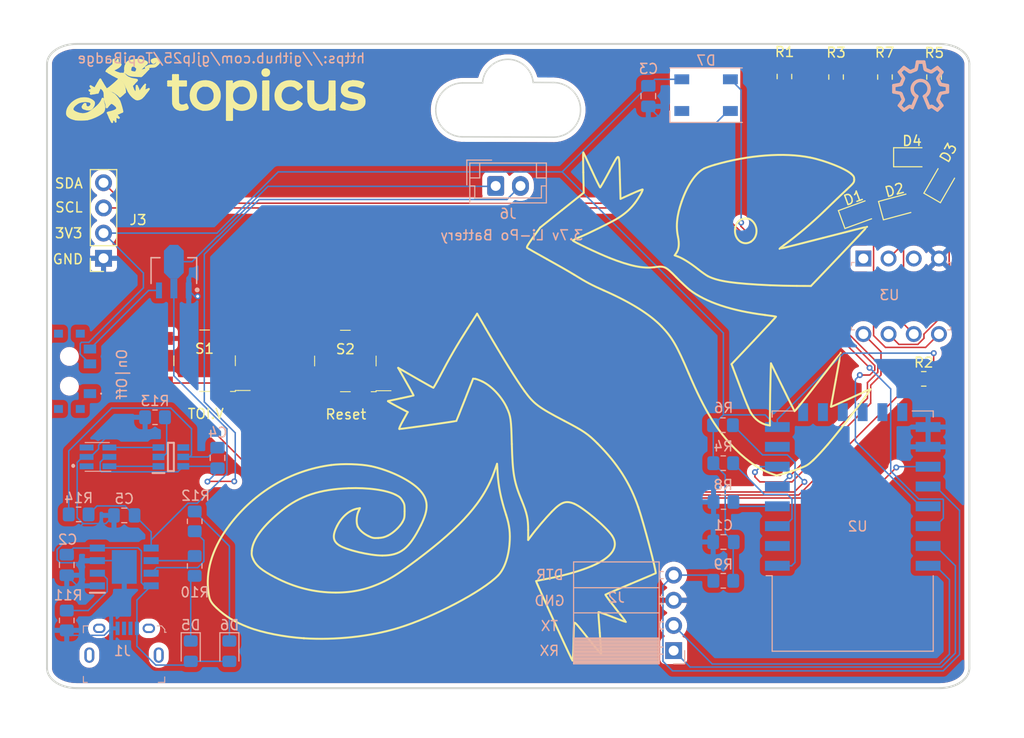
<source format=kicad_pcb>
(kicad_pcb (version 20211014) (generator pcbnew)
  (title_block (title "TopiBadge") (date "2022-02-14") (rev "v2.1") (comment 1 "Numerous circuitry fixes") (comment 2 "creativecommons.org/licenses/by/4.0") (comment 3 "License: CC BY 4.0") (comment 4 "Author: Robert Postma"))
  (layers (0 "F.Cu" signal "Top") (31 "B.Cu" signal "Bottom") (34 "B.Paste" user) (35 "F.Paste" user) (36 "B.SilkS" user "B.Silkscreen") (37 "F.SilkS" user "F.Silkscreen") (38 "B.Mask" user) (39 "F.Mask" user) (44 "Edge.Cuts" user))
  (net 0 "")
  (net 1 "GND")
  (net 2 "Net-(D1-Pad1)")
  (net 3 "Net-(D2-Pad1)")
  (net 4 "Net-(D3-Pad1)")
  (net 5 "Net-(D4-Pad1)")
  (net 6 "Net-(D5-Pad1)")
  (net 7 "+3V3")
  (net 8 "/+5V")
  (net 9 "/Batt-")
  (net 10 "Net-(D1-Pad2)")
  (net 11 "Net-(D2-Pad2)")
  (net 12 "Net-(D3-Pad2)")
  (net 13 "Net-(D4-Pad2)")
  (net 14 "Net-(C4-Pad2)")
  (net 17 "/RX")
  (net 18 "/TX")
  (net 19 "/SCL")
  (net 20 "/SDA")
  (net 22 "/BTN")
  (net 23 "Net-(R4-Pad2)")
  (net 24 "Net-(R6-Pad2)")
  (net 25 "Net-(R8-Pad1)")
  (net 27 "Net-(J4-Pad7)")
  (net 28 "Net-(J4-Pad2)")
  (net 29 "Net-(J4-Pad6)")
  (net 30 "/DTR")
  (net 32 "/NP")
  (net 33 "/LC")
  (net 41 "/Batt+")
  (net 42 "Net-(D6-Pad1)")
  (net 49 "Net-(IC1-Pad1)")
  (net 50 "Net-(IC1-Pad2)")
  (net 51 "Net-(IC1-Pad3)")
  (net 53 "Net-(J5-Pad3)")
  (footprint "LED_SMD:LED_0805_2012Metric_Pad1.15x1.40mm_HandSolder" (layer "F.Cu") (at 187.8838 78.5114 20)
    (fp_text reference "D1")
    (fp_text value "LED")
  )
  (footprint "LED_SMD:LED_0805_2012Metric_Pad1.15x1.40mm_HandSolder" (layer "F.Cu") (at 191.89584 77.76972 15)
    (fp_text reference "D2")
    (fp_text value "LED")
  )
  (footprint "LED_SMD:LED_0805_2012Metric_Pad1.15x1.40mm_HandSolder" (layer "F.Cu") (at 196.1896 75.3618 60)
    (fp_text reference "D3")
    (fp_text value "LED")
  )
  (footprint "LED_SMD:LED_0805_2012Metric_Pad1.15x1.40mm_HandSolder" (layer "F.Cu") (at 193.23304 72.86498)
    (fp_text reference "D4")
    (fp_text value "LED")
  )
  (footprint "Resistor_SMD:R_0805_2012Metric_Pad1.20x1.40mm_HandSolder" (layer "F.Cu") (at 180.3654 64.7192 90)
    (fp_text reference "R1")
    (fp_text value "330R")
  )
  (footprint "Resistor_SMD:R_0805_2012Metric_Pad1.20x1.40mm_HandSolder" (layer "F.Cu") (at 185.5724 64.77 90)
    (fp_text reference "R3")
    (fp_text value "330R")
  )
  (footprint "Resistor_SMD:R_0805_2012Metric_Pad1.20x1.40mm_HandSolder" (layer "F.Cu") (at 195.453 64.77 90)
    (fp_text reference "R5")
    (fp_text value "330R")
  )
  (footprint "Resistor_SMD:R_0805_2012Metric_Pad1.20x1.40mm_HandSolder" (layer "F.Cu") (at 190.5 64.77 90)
    (fp_text reference "R7")
    (fp_text value "330R")
  )
  (footprint "Connector_PinSocket_2.54mm:PinSocket_1x04_P2.54mm_Vertical" (layer "F.Cu") (at 111.7092 83.058 180)
    (fp_text reference "J3")
    (fp_text value "128x32 I2C OLED")
  )
  (footprint "digikey-footprints:Switch_Tactile_SMD_6x6mm_PTS645" (layer "F.Cu") (at 121.9 93.3958 180)
    (fp_text reference "S1")
    (fp_text value "PTS645SM43SMTR92_LFS" hide)
  )
  (footprint "Resistor_SMD:R_0805_2012Metric_Pad1.20x1.40mm_HandSolder" (layer "F.Cu") (at 194.4116 95.2246)
    (fp_text reference "R2")
    (fp_text value "10k")
  )
  (footprint "digikey-footprints:Switch_Tactile_SMD_6x6mm_PTS645" (layer "F.Cu") (at 136.0932 93.4212 180)
    (fp_text reference "S2")
    (fp_text value "PTS645SM43SMTR92_LFS" hide)
  )
  (footprint "digikey-footprints:USB_Micro_B_Female_10118194-0001LF" (layer "B.Cu") (at 113.77676 120.39854 180)
    (fp_text reference "J1")
    (fp_text value "Micro USB Chargeport")
  )
  (footprint "Resistor_SMD:R_0805_2012Metric_Pad1.20x1.40mm_HandSolder" (layer "B.Cu") (at 174.2186 107.6452 180)
    (fp_text reference "R8")
    (fp_text value "10k")
  )
  (footprint "Resistor_SMD:R_0805_2012Metric_Pad1.20x1.40mm_HandSolder" (layer "B.Cu") (at 109.2 108.9 180)
    (fp_text reference "R14")
    (fp_text value "100R")
  )
  (footprint "user-footprints:MK12C02" (layer "B.Cu") (at 108.264 94.4626 90)
    (fp_text reference "J5" hide)
    (fp_text value "MK-12C02" hide)
  )
  (footprint "Resistor_SMD:R_0805_2012Metric_Pad1.20x1.40mm_HandSolder" (layer "B.Cu") (at 120.9 114.1 90)
    (fp_text reference "R10")
    (fp_text value "1k")
  )
  (footprint "Custom:SOIC127P600X175-9N" (layer "B.Cu") (at 113.8 114.2)
    (fp_text reference "J4" hide)
    (fp_text value "TP4056" hide)
  )
  (footprint "user-footprints:FS8205" (layer "B.Cu") (at 110.5 103.1)
    (fp_text reference "Q1" hide)
    (fp_text value "FS8205" hide)
  )
  (footprint "digikey-footprints:DIP-8_W7.62mm" (layer "B.Cu") (at 188.3256 83.0834 -90)
    (fp_text reference "U3")
    (fp_text value "ATTINY85-20PU")
  )
  (footprint "Resistor_SMD:R_0805_2012Metric_Pad1.20x1.40mm_HandSolder" (layer "B.Cu") (at 116.9 99.1 180)
    (fp_text reference "R13")
    (fp_text value "1k")
  )
  (footprint "Custom:Holtek-HT7333-SOT89-Level_A" (layer "B.Cu") (at 118.8 84.299998 90)
    (fp_text reference "U1" hide)
    (fp_text value "HT7333-SOT89" hide)
  )
  (footprint "user-footprints:OSHW" (layer "B.Cu") (at 194.09 65.83 180)
    (fp_text reference "REF**" hide)
    (fp_text value "OSHW")
  )
  (footprint "RF_Module:ESP-12E" (layer "B.Cu") (at 187.2488 110.5844)
    (fp_text reference "U2")
    (fp_text value "ESP-12E")
  )
  (footprint "user-footprints:LED_SK6812_PLCC4_5.0x5.0mm_P3.2mm_mirror" (layer "B.Cu") (at 172.466 66.5988 180)
    (fp_text reference "D7")
    (fp_text value "Neopixel")
  )
  (footprint "Capacitor_SMD:C_0805_2012Metric_Pad1.18x1.45mm_HandSolder" (layer "B.Cu") (at 123.2 103.2 90)
    (fp_text reference "C4")
    (fp_text value "0.1uF")
  )
  (footprint "Connector_JST:JST_EH_B2B-EH-A_1x02_P2.50mm_Vertical" (layer "B.Cu") (at 151.25 75.76)
    (fp_text reference "J6")
    (fp_text value "Conn_01x02")
  )
  (footprint "Resistor_SMD:R_0805_2012Metric_Pad1.20x1.40mm_HandSolder" (layer "B.Cu") (at 174.2 115.6 180)
    (fp_text reference "R9")
    (fp_text value "10k")
  )
  (footprint "LED_SMD:LED_0805_2012Metric_Pad1.15x1.40mm_HandSolder" (layer "B.Cu") (at 120.5 122.7 -90)
    (fp_text reference "D5")
    (fp_text value "R-LED")
  )
  (footprint "Capacitor_SMD:C_0805_2012Metric_Pad1.18x1.45mm_HandSolder" (layer "B.Cu") (at 113.8 109 180)
    (fp_text reference "C5")
    (fp_text value "10uF")
  )
  (footprint "Resistor_SMD:R_0805_2012Metric_Pad1.20x1.40mm_HandSolder" (layer "B.Cu") (at 120.9 109.6 90)
    (fp_text reference "R12")
    (fp_text value "1k")
  )
  (footprint "user-footprints:SOT95P280X135-6N" (layer "B.Cu") (at 118.5 103.1)
    (fp_text reference "IC1" hide)
    (fp_text value "DW01A-G" hide)
  )
  (footprint "Capacitor_SMD:C_0805_2012Metric_Pad1.18x1.45mm_HandSolder" (layer "B.Cu") (at 108 114 90)
    (fp_text reference "C2")
    (fp_text value "0.1uF")
  )
  (footprint "LED_SMD:LED_0805_2012Metric_Pad1.15x1.40mm_HandSolder" (layer "B.Cu") (at 124.4 122.7 -90)
    (fp_text reference "D6")
    (fp_text value "G-LED")
  )
  (footprint "Connector_PinSocket_2.54mm:PinSocket_1x04_P2.54mm_Horizontal" (layer "B.Cu") (at 169.1952 122.6458)
    (fp_text reference "J2")
    (fp_text value "Prog headers")
  )
  (footprint "Resistor_SMD:R_0805_2012Metric_Pad1.20x1.40mm_HandSolder" (layer "B.Cu") (at 174.1932 103.7336)
    (fp_text reference "R4")
    (fp_text value "10k")
  )
  (footprint "Resistor_SMD:R_0805_2012Metric_Pad1.20x1.40mm_HandSolder" (layer "B.Cu") (at 174.1678 99.8982)
    (fp_text reference "R6")
    (fp_text value "10k")
  )
  (footprint "Capacitor_SMD:C_0805_2012Metric_Pad1.18x1.45mm_HandSolder" (layer "B.Cu") (at 174.2186 111.6838 180)
    (fp_text reference "C1")
    (fp_text value "100nF")
  )
  (footprint "Capacitor_SMD:C_0805_2012Metric_Pad1.18x1.45mm_HandSolder" (layer "B.Cu") (at 166.64 66.69 90)
    (fp_text reference "C3")
    (fp_text value "100nF")
  )
  (footprint "Resistor_SMD:R_0805_2012Metric_Pad1.20x1.40mm_HandSolder" (layer "B.Cu") (at 108 119.6 90)
    (fp_text reference "R11")
    (fp_text value "5k")
  )
  (gr_curve (pts (xy 110.392413 66.182059) (xy 110.332873 66.1536) (xy 110.287487 66.12493) (xy 110.291556 66.118347)) (layer "F.SilkS") (width 0.2))
  (gr_line (start 124.649944 65.420474) (end 124.649944 65.638501) (layer "F.SilkS") (width 0.2))
  (gr_curve (pts (xy 127.884374 64.602273) (xy 127.704333 64.494355) (xy 127.668844 64.260334) (xy 127.808412 64.101372)) (layer "F.SilkS") (width 0.2))
  (gr_curve (pts (xy 126.804665 113.433072) (xy 127.104305 114.087614) (xy 127.655013 114.541672) (xy 129.015779 115.256203)) (layer "F.SilkS") (width 0.2))
  (gr_curve (pts (xy 113.627906 66.518252) (xy 113.393305 66.734993) (xy 113.349813 66.767984) (xy 113.349813 66.729183)) (layer "F.SilkS") (width 0.2))
  (gr_curve (pts (xy 149.918191 95.499039) (xy 149.631362 95.359613) (xy 149.302434 95.236324) (xy 149.187219 95.225061)) (layer "F.SilkS") (width 0.2))
  (gr_curve (pts (xy 124.405241 109.985659) (xy 126.961918 106.611369) (xy 130.607333 104.453572) (xy 134.657046 103.917397)) (layer "F.SilkS") (width 0.2))
  (gr_curve (pts (xy 121.737352 68.072177) (xy 121.350131 68.018779) (xy 120.974637 67.800836) (xy 120.765915 67.508339)) (layer "F.SilkS") (width 0.2))
  (gr_line (start 124.762048 67.725337) (end 124.667881 67.635111) (layer "F.SilkS") (width 0.2))
  (gr_curve (pts (xy 152.8771 101.800669) (xy 152.80941 99.266015) (xy 152.770404 98.986769) (xy 152.361039 98.107348)) (layer "F.SilkS") (width 0.2))
  (gr_line (start 180.368377 104.760676) (end 179.57023 104.974523) (layer "F.SilkS") (width 0.2))
  (gr_curve (pts (xy 150.257804 90.167489) (xy 151.909042 93.019112) (xy 153.388345 95.403809) (xy 154.166202 96.467992)) (layer "F.SilkS") (width 0.2))
  (gr_line (start 119.213509 65.633961) (end 119.218906 66.490439) (layer "F.SilkS") (width 0.2))
  (gr_line (start 121.737352 68.072177) (end 121.737352 68.072177) (layer "F.SilkS") (width 0.2))
  (gr_curve (pts (xy 132.930713 67.215678) (xy 133.061097 67.490895) (xy 133.281734 67.62343) (xy 133.611394 67.624562)) (layer "F.SilkS") (width 0.2))
  (gr_curve (pts (xy 177.092867 79.26751) (xy 176.884728 79.084732) (xy 176.774479 79.044215) (xy 176.4855 79.044215)) (layer "F.SilkS") (width 0.2))
  (gr_line (start 124.667881 69.095728) (end 124.407717 69.095728) (layer "F.SilkS") (width 0.2))
  (gr_curve (pts (xy 131.912861 121.398741) (xy 129.938946 121.272353) (xy 127.715752 120.83046) (xy 126.296985 120.282529)) (layer "F.SilkS") (width 0.2))
  (gr_curve (pts (xy 133.611394 67.624562) (xy 134.023911 67.625885) (xy 134.295562 67.451173) (xy 134.439665 67.09157)) (layer "F.SilkS") (width 0.2))
  (gr_curve (pts (xy 162.729519 74.246823) (xy 163.784869 72.26906) (xy 163.69376 72.194637) (xy 163.778021 75.103309)) (layer "F.SilkS") (width 0.2))
  (gr_curve (pts (xy 116.23763 63.947781) (xy 116.23763 63.956116) (xy 116.231571 63.965614) (xy 116.224189 63.968895)) (layer "F.SilkS") (width 0.2))
  (gr_curve (pts (xy 136.815764 65.191035) (xy 137.082173 65.179764) (xy 137.299169 65.200958) (xy 137.526938 65.260499)) (layer "F.SilkS") (width 0.2))
  (gr_curve (pts (xy 113.006301 68.582868) (xy 113.014662 68.588027) (xy 113.071862 68.657353) (xy 113.133399 68.7369)) (layer "F.SilkS") (width 0.2))
  (gr_curve (pts (xy 153.865764 107.476714) (xy 153.10016 105.619076) (xy 152.957143 104.798004) (xy 152.8771 101.800669)) (layer "F.SilkS") (width 0.2))
  (gr_curve (pts (xy 116.965647 63.653289) (xy 116.860674 63.722988) (xy 116.85893 63.72342) (xy 116.669922 63.726489)) (layer "F.SilkS") (width 0.2))
  (gr_curve (pts (xy 112.184121 65.940756) (xy 112.319675 65.852036) (xy 112.882468 65.385144) (xy 113.035495 65.234458)) (layer "F.SilkS") (width 0.2))
  (gr_curve (pts (xy 138.417812 111.08439) (xy 138.824145 111.284479) (xy 138.928577 111.305228) (xy 139.40722 111.280926)) (layer "F.SilkS") (width 0.2))
  (gr_curve (pts (xy 111.412816 65.0722) (xy 111.429564 65.10001) (xy 111.514238 65.243838) (xy 111.600956 65.391817)) (layer "F.SilkS") (width 0.2))
  (gr_curve (pts (xy 115.910555 65.534253) (xy 115.913994 65.537692) (xy 115.89169 65.671399) (xy 115.860987 65.831401)) (layer "F.SilkS") (width 0.2))
  (gr_poly (pts (xy 119.2149 65.17386) (xy 119.99468 65.21704) (xy 120.00738 65.22974) (xy 120.05056 65.61328) (xy 119.24284 65.62598) (xy 119.18696 66.95694) (xy 119.24284 67.48272) (xy 119.56796 67.65036) (xy 120.05056 67.52336) (xy 120.16486 67.9069) (xy 119.75338 68.06184) (xy 119.1006 68.00596) (xy 118.74754 67.62242) (xy 118.73484 65.66916) (xy 118.237 65.66916) (xy 118.19636 65.21704) (xy 118.70436 65.22974) (xy 118.7196 64.60744) (xy 119.19966 64.55156)) (layer "F.SilkS") (width 0.1) (fill solid))
  (gr_line (start 132.856013 65.212511) (end 132.864983 66.15419) (layer "F.SilkS") (width 0.2))
  (gr_curve (pts (xy 116.933762 63.055526) (xy 116.841102 63.064416) (xy 116.752941 63.114841) (xy 116.74317 63.164508)) (layer "F.SilkS") (width 0.2))
  (gr_curve (pts (xy 131.500777 67.731952) (xy 131.24933 67.983398) (xy 130.784791 68.127596) (xy 130.38074 68.07962)) (layer "F.SilkS") (width 0.2))
  (gr_curve (pts (xy 111.127407 66.354369) (xy 111.118014 66.36482) (xy 110.488906 66.459051) (xy 110.428608 66.459051)) (layer "F.SilkS") (width 0.2))
  (gr_curve (pts (xy 112.130125 68.381747) (xy 112.130125 68.372672) (xy 112.200399 68.351296) (xy 112.286288 68.334239)) (layer "F.SilkS") (width 0.2))
  (gr_curve (pts (xy 162.991963 119.236536) (xy 162.246243 118.943169) (xy 161.625074 118.734173) (xy 161.611592 118.772101)) (layer "F.SilkS") (width 0.2))
  (gr_curve (pts (xy 126.296985 120.282529) (xy 124.924253 119.752382) (xy 123.991337 119.183851) (xy 123.10294 118.336034)) (layer "F.SilkS") (width 0.2))
  (gr_curve (pts (xy 165.290232 77.48025) (xy 164.84562 78.06613) (xy 164.36054 78.506294) (xy 163.651527 78.967204)) (layer "F.SilkS") (width 0.2))
  (gr_curve (pts (xy 159.035235 81.266634) (xy 159.033735 81.358964) (xy 161.57902 82.568356) (xy 162.740676 83.027274)) (layer "F.SilkS") (width 0.2))
  (gr_curve (pts (xy 184.727386 101.856445) (xy 184.235639 102.4304) (xy 183.578633 103.137142) (xy 183.26737 103.426982)) (layer "F.SilkS") (width 0.2))
  (gr_curve (pts (xy 115.806414 65.65721) (xy 115.86026 65.586153) (xy 115.907123 65.530821) (xy 115.910555 65.534253)) (layer "F.SilkS") (width 0.2))
  (gr_line (start 112.441305 63.726399) (end 112.713069 63.505366) (layer "F.SilkS") (width 0.2))
  (gr_curve (pts (xy 112.708095 63.256231) (xy 112.705264 63.11474) (xy 112.709947 63.014675) (xy 112.718651 63.024636)) (layer "F.SilkS") (width 0.2))
  (gr_line (start 113.214431 65.058262) (end 113.286612 65.090472) (layer "F.SilkS") (width 0.2))
  (gr_curve (pts (xy 113.349823 66.729183) (xy 113.349823 66.693618) (xy 113.010852 66.375988) (xy 112.920486 66.326876)) (layer "F.SilkS") (width 0.2))
  (gr_line (start 178.895765 99.928103) (end 178.905165 98.372529) (layer "F.SilkS") (width 0.2))
  (gr_curve (pts (xy 154.526981 110.487063) (xy 154.526981 109.341469) (xy 154.404524 108.783939) (xy 153.865764 107.476714)) (layer "F.SilkS") (width 0.2))
  (gr_line (start 175.029138 93.738796) (end 175.15836 94.068598) (layer "F.SilkS") (width 0.2))
  (gr_curve (pts (xy 109.94479 67.739114) (xy 109.978683 67.773004) (xy 110.040047 67.810813) (xy 110.081159 67.82313)) (layer "F.SilkS") (width 0.2))
  (gr_line (start 119.21513 64.889587) (end 119.21513 65.203481) (layer "F.SilkS") (width 0.2))
  (gr_line (start 111.303334 65.150404) (end 111.382346 65.021635) (layer "F.SilkS") (width 0.2))
  (gr_curve (pts (xy 137.400176 108.626873) (xy 137.200276 109.074317) (xy 137.178317 109.830865) (xy 137.355726 110.160141)) (layer "F.SilkS") (width 0.2))
  (gr_curve (pts (xy 115.098267 64.664466) (xy 114.479113 64.64031) (xy 114.316992 64.605647) (xy 114.139039 64.459322)) (layer "F.SilkS") (width 0.2))
  (gr_line (start 134.5331 67.84744) (end 134.5331 67.639395) (layer "F.SilkS") (width 0.2))
  (gr_curve (pts (xy 124.704086 66.935659) (xy 124.840344 67.468424) (xy 125.384283 67.756121) (xy 125.935114 67.586772)) (layer "F.SilkS") (width 0.2))
  (gr_curve (pts (xy 159.170766 119.876796) (xy 159.143926 119.971966) (xy 159.115316 120.659971) (xy 159.106926 121.405694)) (layer "F.SilkS") (width 0.2))
  (gr_curve (pts (xy 158.870902 123.411785) (xy 158.567784 122.852634) (xy 155.293549 115.667597) (xy 155.326725 115.63442)) (layer "F.SilkS") (width 0.2))
  (gr_curve (pts (xy 113.188406 64.380206) (xy 113.338793 64.432405) (xy 113.381399 64.439462) (xy 113.551198 64.440295)) (layer "F.SilkS") (width 0.2))
  (gr_curve (pts (xy 170.723644 94.69157) (xy 169.524612 91.877231) (xy 169.040258 91.038214) (xy 167.980286 89.939426)) (layer "F.SilkS") (width 0.2))
  (gr_curve (pts (xy 129.589461 66.889624) (xy 129.706521 67.354867) (xy 130.056363 67.6296) (xy 130.533204 67.630746)) (layer "F.SilkS") (width 0.2))
  (gr_curve (pts (xy 130.38074 68.07962) (xy 129.782961 68.008642) (xy 129.346385 67.69156) (xy 129.149779 67.185581)) (layer "F.SilkS") (width 0.2))
  (gr_curve (pts (xy 119.419648 68.074558) (xy 119.056814 68.016797) (xy 118.825632 67.81702) (xy 118.739658 67.486945)) (layer "F.SilkS") (width 0.2))
  (gr_curve (pts (xy 110.723253 67.304334) (xy 110.766216 67.387416) (xy 110.755381 67.512702) (xy 110.693977 67.642888)) (layer "F.SilkS") (width 0.2))
  (gr_curve (pts (xy 156.083417 115.465778) (xy 157.991825 115.116739) (xy 159.724459 114.633522) (xy 160.953202 114.107597)) (layer "F.SilkS") (width 0.2))
  (gr_line (start 114.96842 66.983503) (end 114.968407 66.983384) (layer "F.SilkS") (width 0.2))
  (gr_curve (pts (xy 112.224293 64.316409) (xy 112.103445 64.249621) (xy 112.004567 64.191296) (xy 112.004567 64.186798)) (layer "F.SilkS") (width 0.2))
  (gr_line (start 137.285013 108.320131) (end 137.559294 108.270691) (layer "F.SilkS") (width 0.2))
  (gr_curve (pts (xy 113.883028 64.577929) (xy 114.052761 64.74418) (xy 114.149905 64.810879) (xy 114.323625 64.88044)) (layer "F.SilkS") (width 0.2))
  (gr_line (start 157.928401 78.201392) (end 160.127901 76.442441) (layer "F.SilkS") (width 0.2))
  (gr_curve (pts (xy 112.592612 69.077964) (xy 112.585547 69.19133) (xy 112.577478 69.299709) (xy 112.574673 69.318804)) (layer "F.SilkS") (width 0.2))
  (gr_curve (pts (xy 112.822286 63.243431) (xy 112.870742 63.354119) (xy 112.914425 63.444916) (xy 112.919357 63.445202)) (layer "F.SilkS") (width 0.2))
  (gr_line (start 134.75731 65.212511) (end 135.008424 65.212511) (layer "F.SilkS") (width 0.2))
  (gr_curve (pts (xy 180.172363 96.046271) (xy 180.813972 97.356951) (xy 181.359967 98.454231) (xy 181.385679 98.484664)) (layer "F.SilkS") (width 0.2))
  (gr_curve (pts (xy 122.362112 65.704679) (xy 122.22255 65.644722) (xy 122.214218 65.64342) (xy 121.968418 65.643224)) (layer "F.SilkS") (width 0.2))
  (gr_curve (pts (xy 144.964379 96.120755) (xy 144.996879 96.120755) (xy 145.30276 95.584822) (xy 145.644354 94.929796)) (layer "F.SilkS") (width 0.2))
  (gr_curve (pts (xy 117.118942 63.195555) (xy 117.08385 63.078434) (xy 117.040051 63.045313) (xy 116.933762 63.055526)) (layer "F.SilkS") (width 0.2))
  (gr_line (start 120.022285 65.633961) (end 119.617895 65.633961) (layer "F.SilkS") (width 0.2))
  (gr_line (start 118.470757 65.633961) (end 118.228612 65.633961) (layer "F.SilkS") (width 0.2))
  (gr_curve (pts (xy 185.551448 95.296194) (xy 185.277432 96.777561) (xy 185.052992 98.011981) (xy 185.052709 98.039349)) (layer "F.SilkS") (width 0.2))
  (gr_curve (pts (xy 112.928278 69.271653) (xy 112.925527 69.274669) (xy 112.851761 69.185965) (xy 112.764358 69.074504)) (layer "F.SilkS") (width 0.2))
  (gr_curve (pts (xy 143.596549 95.365761) (xy 144.316451 95.781006) (xy 144.931977 96.120755) (xy 144.964379 96.120755)) (layer "F.SilkS") (width 0.2))
  (gr_curve (pts (xy 120.640383 65.965883) (xy 120.782332 65.675022) (xy 120.974237 65.482783) (xy 121.268885 65.336291)) (layer "F.SilkS") (width 0.2))
  (gr_line (start 124.156684 65.212448) (end 124.403316 65.207447) (layer "F.SilkS") (width 0.2))
  (gr_curve (pts (xy 183.727285 95.5714) (xy 184.989459 93.938671) (xy 186.028337 92.6028) (xy 186.035911 92.6028)) (layer "F.SilkS") (width 0.2))
  (gr_curve (pts (xy 109.800087 67.500581) (xy 109.897615 67.445768) (xy 109.903761 67.450398) (xy 109.892868 67.570508)) (layer "F.SilkS") (width 0.2))
  (gr_curve (pts (xy 178.405904 88.780305) (xy 179.000099 88.856085) (xy 179.499514 88.931297) (xy 179.515713 88.947511)) (layer "F.SilkS") (width 0.2))
  (gr_curve (pts (xy 123.404219 66.97034) (xy 123.368101 67.151183) (xy 123.230629 67.435843) (xy 123.112106 67.575215)) (layer "F.SilkS") (width 0.2))
  (gr_curve (pts (xy 137.355726 110.160141) (xy 137.545119 110.511713) (xy 137.923521 110.841004) (xy 138.417812 111.08439)) (layer "F.SilkS") (width 0.2))
  (gr_curve (pts (xy 113.282847 68.408282) (xy 113.018755 68.518124) (xy 112.960772 68.554729) (xy 113.006301 68.582868)) (layer "F.SilkS") (width 0.2))
  (gr_curve (pts (xy 136.465924 66.311895) (xy 136.546386 66.346355) (xy 136.793526 66.404351) (xy 137.133915 66.46865)) (layer "F.SilkS") (width 0.2))
  (gr_curve (pts (xy 122.120688 67.62443) (xy 122.487088 67.576887) (xy 122.802591 67.28428) (xy 122.893645 66.907562)) (layer "F.SilkS") (width 0.2))
  (gr_line (start 136.613749 68.078752) (end 136.613749 68.078752) (layer "F.SilkS") (width 0.2))
  (gr_line (start 124.407717 69.095728) (end 124.147556 69.095728) (layer "F.SilkS") (width 0.2))
  (gr_curve (pts (xy 133.344823 68.073746) (xy 133.05348 68.036982) (xy 132.742645 67.877996) (xy 132.599664 67.692616)) (layer "F.SilkS") (width 0.2))
  (gr_line (start 131.507143 65.910744) (end 131.324163 66.030201) (layer "F.SilkS") (width 0.2))
  (gr_curve (pts (xy 111.746691 67.541912) (xy 111.788781 67.668293) (xy 111.792874 67.702858) (xy 111.784947 67.86496)) (layer "F.SilkS") (width 0.2))
  (gr_line (start 155.02795 80.938768) (end 155.728897 79.960346) (layer "F.SilkS") (width 0.2))
  (gr_curve (pts (xy 116.278857 65.975692) (xy 116.300446 65.974633) (xy 115.94204 66.44089) (xy 115.74646 66.668416)) (layer "F.SilkS") (width 0.2))
  (gr_curve (pts (xy 152.301771 108.942853) (xy 152.641891 109.995765) (xy 152.73639 110.80017) (xy 152.646615 111.877993)) (layer "F.SilkS") (width 0.2))
  (gr_poly (pts (xy 128.43256 64.16802) (xy 128.38938 64.43726) (xy 128.17856 64.63538) (xy 127.78232 64.56426) (xy 127.7239 64.32296) (xy 127.92202 64.05372) (xy 127.92202 64.02578) (xy 128.2192 63.99784)) (layer "F.SilkS") (width 0.1) (fill solid))
  (gr_curve (pts (xy 110.081159 67.82313) (xy 110.145133 67.842286) (xy 110.167477 67.841095) (xy 110.236197 67.814875)) (layer "F.SilkS") (width 0.2))
  (gr_curve (pts (xy 115.202376 65.953131) (xy 115.279145 66.113106) (xy 115.345031 66.243995) (xy 115.348786 66.243995)) (layer "F.SilkS") (width 0.2))
  (gr_line (start 128.326974 66.629033) (end 128.326974 68.055495) (layer "F.SilkS") (width 0.2))
  (gr_curve (pts (xy 136.456081 65.707272) (xy 136.162399 65.851176) (xy 136.16782 66.184226) (xy 136.465924 66.311895)) (layer "F.SilkS") (width 0.2))
  (gr_line (start 118.712903 65.203481) (end 118.712903 64.889587) (layer "F.SilkS") (width 0.2))
  (gr_curve (pts (xy 114.224311 66.18948) (xy 114.188706 66.12503) (xy 114.099788 65.934409) (xy 114.026718 65.76588)) (layer "F.SilkS") (width 0.2))
  (gr_line (start 134.439665 67.09157) (end 134.488258 66.970311) (layer "F.SilkS") (width 0.2))
  (gr_line (start 178.657579 99.884263) (end 178.895765 99.928103) (layer "F.SilkS") (width 0.2))
  (gr_curve (pts (xy 159.169662 107.825776) (xy 158.32891 107.474469) (xy 157.8523 107.644397) (xy 156.898283 108.635457)) (layer "F.SilkS") (width 0.2))
  (gr_line (start 111.382346 65.021635) (end 111.412816 65.0722) (layer "F.SilkS") (width 0.2))
  (gr_curve (pts (xy 137.941069 65.436584) (xy 137.941069 65.447538) (xy 137.748847 65.809417) (xy 137.732342 65.829528)) (layer "F.SilkS") (width 0.2))
  (gr_curve (pts (xy 108.145252 67.921465) (xy 108.23356 67.738524) (xy 108.341576 67.595953) (xy 108.523668 67.421981)) (layer "F.SilkS") (width 0.2))
  (gr_curve (pts (xy 135.783447 66.338068) (xy 135.750533 66.266315) (xy 135.744318 66.220132) (xy 135.74409 66.045714)) (layer "F.SilkS") (width 0.2))
  (gr_line (start 120.022285 65.203481) (end 120.022285 65.41872) (layer "F.SilkS") (width 0.2))
  (gr_curve (pts (xy 186.035911 92.6028) (xy 186.043511 92.6028) (xy 185.825467 93.814827) (xy 185.551448 95.296194)) (layer "F.SilkS") (width 0.2))
  (gr_curve (pts (xy 116.74317 63.164508) (xy 116.734623 63.207924) (xy 116.815324 63.220857) (xy 116.881438 63.18668)) (layer "F.SilkS") (width 0.2))
  (gr_curve (pts (xy 114.569532 65.660663) (xy 114.569532 65.697014) (xy 114.767591 66.212377) (xy 114.805426 66.27448)) (layer "F.SilkS") (width 0.2))
  (gr_curve (pts (xy 109.892868 67.570508) (xy 109.883502 67.673915) (xy 109.885222 67.679548) (xy 109.94479 67.739114)) (layer "F.SilkS") (width 0.2))
  (gr_curve (pts (xy 186.617968 76.149286) (xy 186.187835 76.552376) (xy 185.206065 77.494325) (xy 184.436262 78.242506)) (layer "F.SilkS") (width 0.2))
  (gr_curve (pts (xy 151.500012 115.0539) (xy 149.927611 116.671947) (xy 144.939066 119.29343) (xy 141.371581 120.376401)) (layer "F.SilkS") (width 0.2))
  (gr_curve (pts (xy 113.884816 64.22861) (xy 113.907518 64.183118) (xy 113.908444 64.154635) (xy 113.890769 64.047841)) (layer "F.SilkS") (width 0.2))
  (gr_line (start 128.066783 68.055495) (end 127.806592 68.055495) (layer "F.SilkS") (width 0.2))
  (gr_curve (pts (xy 129.015779 115.256203) (xy 130.962206 116.278263) (xy 132.988682 116.787082) (xy 135.116315 116.78797)) (layer "F.SilkS") (width 0.2))
  (gr_line (start 115.051336 65.832057) (end 115.062792 65.662263) (layer "F.SilkS") (width 0.2))
  (gr_curve (pts (xy 113.149579 68.843956) (xy 112.963955 68.771082) (xy 112.913652 68.754665) (xy 112.904386 68.76393)) (layer "F.SilkS") (width 0.2))
  (gr_curve (pts (xy 137.491645 67.402887) (xy 137.565578 67.250161) (xy 137.526501 67.105257) (xy 137.387854 67.018021)) (layer "F.SilkS") (width 0.2))
  (gr_line (start 112.713069 63.505366) (end 112.708095 63.256231) (layer "F.SilkS") (width 0.2))
  (gr_poly (pts (xy 128.34874 68.07708) (xy 127.76708 68.08978) (xy 127.76708 65.2018) (xy 128.36144 65.17386)) (layer "F.SilkS") (width 0.1) (fill solid))
  (gr_curve (pts (xy 181.385679 98.484664) (xy 181.411379 98.515274) (xy 182.465116 97.20413) (xy 183.727285 95.5714)) (layer "F.SilkS") (width 0.2))
  (gr_curve (pts (xy 112.993419 64.73879) (xy 112.868821 64.682074) (xy 112.694236 64.591155) (xy 112.605449 64.536754)) (layer "F.SilkS") (width 0.2))
  (gr_line (start 124.147556 69.095728) (end 124.152132 67.154099) (layer "F.SilkS") (width 0.2))
  (gr_curve (pts (xy 172.666163 84.870142) (xy 172.484783 84.778222) (xy 172.042352 84.467614) (xy 171.683013 84.179921)) (layer "F.SilkS") (width 0.2))
  (gr_line (start 151.388981 103.799906) (end 151.437211 104.632525) (layer "F.SilkS") (width 0.2))
  (gr_poly (pts (xy 111.74476 65.67424) (xy 112.24006 66.21018) (xy 112.8776 66.59372) (xy 113.32972 67.31508) (xy 113.6269 68.2498) (xy 113.64214 68.2498) (xy 113.03254 68.47586) (xy 113.04778 68.80352) (xy 112.5093 69.18452) (xy 112.15624 68.3768) (xy 113.04778 68.06692) (xy 113.01984 67.69862) (xy 112.45342 67.35826) (xy 112.014 67.82562) (xy 111.81588 66.2686) (xy 111.57458 65.95618) (xy 111.2774 65.87236) (xy 111.07928 66.35242) (xy 110.44174 66.43878) (xy 110.5408 66.0273) (xy 110.4138 65.70218) (xy 110.86592 65.88506) (xy 111.34852 64.99352)) (layer "F.SilkS") (width 0.1) (fill solid))
  (gr_curve (pts (xy 141.696697 97.183797) (xy 142.379416 97.040893) (xy 142.948704 96.913258) (xy 142.961785 96.900181)) (layer "F.SilkS") (width 0.2))
  (gr_curve (pts (xy 154.426986 82.009009) (xy 154.343986 81.932819) (xy 154.446266 81.750754) (xy 155.02795 80.938768)) (layer "F.SilkS") (width 0.2))
  (gr_curve (pts (xy 108.036257 68.485901) (xy 108.011439 68.311765) (xy 108.047846 68.123255) (xy 108.145252 67.921465)) (layer "F.SilkS") (width 0.2))
  (gr_curve (pts (xy 112.605449 64.536754) (xy 112.516661 64.482351) (xy 112.345142 64.383196) (xy 112.224293 64.316409)) (layer "F.SilkS") (width 0.2))
  (gr_curve (pts (xy 122.246269 116.37878) (xy 122.058804 114.32201) (xy 122.813977 112.085799) (xy 124.405241 109.985659)) (layer "F.SilkS") (width 0.2))
  (gr_curve (pts (xy 113.633787 65.123527) (xy 113.504758 65.007517) (xy 113.257783 64.859134) (xy 112.993419 64.73879)) (layer "F.SilkS") (width 0.2))
  (gr_curve (pts (xy 121.798013 67.623404) (xy 121.958734 67.644094) (xy 121.96882 67.644147) (xy 122.120683 67.624462)) (layer "F.SilkS") (width 0.2))
  (gr_curve (pts (xy 127.808412 64.101372) (xy 127.95261 63.93714) (xy 128.241212 63.953859) (xy 128.359976 64.133326)) (layer "F.SilkS") (width 0.2))
  (gr_curve (pts (xy 112.574673 69.318804) (xy 112.571869 69.337907) (xy 112.470697 69.138586) (xy 112.349849 68.875881)) (layer "F.SilkS") (width 0.2))
  (gr_curve (pts (xy 164.952418 76.556201) (xy 165.567136 76.277915) (xy 166.070085 76.081829) (xy 166.070085 76.120493)) (layer "F.SilkS") (width 0.2))
  (gr_curve (pts (xy 152.646615 111.877993) (xy 152.532284 113.250521) (xy 152.106558 114.429745) (xy 151.500012 115.0539)) (layer "F.SilkS") (width 0.2))
  (gr_line (start 132.864983 66.15419) (end 132.873952 67.095869) (layer "F.SilkS") (width 0.2))
  (gr_line (start 119.21513 64.575696) (end 119.21513 64.889587) (layer "F.SilkS") (width 0.2))
  (gr_curve (pts (xy 121.028763 66.383796) (xy 121.003098 66.506076) (xy 121.003151 66.753567) (xy 121.028906 66.875289)) (layer "F.SilkS") (width 0.2))
  (gr_curve (pts (xy 141.536956 100.28126) (xy 141.479736 100.26879) (xy 141.619956 99.948472) (xy 141.914379 99.418809)) (layer "F.SilkS") (width 0.2))
  (gr_line (start 119.419638 68.074558) (end 119.419638 68.074558) (layer "F.SilkS") (width 0.2))
  (gr_line (start 118.228612 65.41872) (end 118.228612 65.203481) (layer "F.SilkS") (width 0.2))
  (gr_curve (pts (xy 179.875404 82.100417) (xy 179.889014 82.114027) (xy 181.874918 81.615409) (xy 184.288615 80.992471)) (layer "F.SilkS") (width 0.2))
  (gr_line (start 124.649944 65.202446) (end 124.649944 65.420474) (layer "F.SilkS") (width 0.2))
  (gr_line (start 119.617895 65.633961) (end 119.213509 65.633961) (layer "F.SilkS") (width 0.2))
  (gr_curve (pts (xy 182.954782 72.891957) (xy 184.455043 73.194319) (xy 186.512947 74.011472) (xy 187.09229 74.534872)) (layer "F.SilkS") (width 0.2))
  (gr_curve (pts (xy 111.61514 68.324092) (xy 111.29892 68.602439) (xy 110.557174 68.944635) (xy 110.07637 69.033988)) (layer "F.SilkS") (width 0.2))
  (gr_line (start 158.995126 123.641028) (end 158.870902 123.411785) (layer "F.SilkS") (width 0.2))
  (gr_curve (pts (xy 131.696336 65.785678) (xy 131.692923 65.788748) (xy 131.607783 65.84504) (xy 131.507143 65.910744)) (layer "F.SilkS") (width 0.2))
  (gr_curve (pts (xy 129.67436 65.425181) (xy 129.947233 65.248659) (xy 130.238931 65.175885) (xy 130.61392 65.190779)) (layer "F.SilkS") (width 0.2))
  (gr_line (start 112.220396 66.020422) (end 112.140267 65.969458) (layer "F.SilkS") (width 0.2))
  (gr_curve (pts (xy 111.757158 66.201249) (xy 111.727212 66.137259) (xy 111.670046 66.049465) (xy 111.630121 66.006153)) (layer "F.SilkS") (width 0.2))
  (gr_line (start 137.559294 108.270691) (end 137.400176 108.626873) (layer "F.SilkS") (width 0.2))
  (gr_curve (pts (xy 125.582667 65.63785) (xy 125.398938 65.644888) (xy 125.360814 65.652297) (xy 125.233817 65.705793)) (layer "F.SilkS") (width 0.2))
  (gr_curve (pts (xy 125.930486 65.677525) (xy 125.801766 65.634265) (xy 125.770249 65.630672) (xy 125.582667 65.63785)) (layer "F.SilkS") (width 0.2))
  (gr_line (start 118.964017 64.575696) (end 119.21513 64.575696) (layer "F.SilkS") (width 0.2))
  (gr_line (start 185.877446 82.876584) (end 183.036624 85.852199) (layer "F.SilkS") (width 0.2))
  (gr_curve (pts (xy 130.533204 67.630746) (xy 130.826381 67.63154) (xy 131.022921 67.549275) (xy 131.212334 67.346792)) (layer "F.SilkS") (width 0.2))
  (gr_curve (pts (xy 120.065631 67.53684) (xy 120.069653 67.540888) (xy 120.106171 67.619787) (xy 120.146787 67.712145)) (layer "F.SilkS") (width 0.2))
  (gr_curve (pts (xy 113.367997 63.611538) (xy 113.259934 63.762448) (xy 113.129338 63.845554) (xy 112.650304 64.068251)) (layer "F.SilkS") (width 0.2))
  (gr_line (start 125.935114 67.586772) (end 125.935114 67.586772) (layer "F.SilkS") (width 0.2))
  (gr_curve (pts (xy 112.004567 64.186798) (xy 112.004567 64.1823) (xy 112.041688 64.1266) (xy 112.087054 64.063023)) (layer "F.SilkS") (width 0.2))
  (gr_curve (pts (xy 131.202219 65.906302) (xy 131.007596 65.708555) (xy 130.823261 65.634054) (xy 130.528626 65.634054)) (layer "F.SilkS") (width 0.2))
  (gr_curve (pts (xy 110.46189 66.360616) (xy 110.492864 66.306476) (xy 110.514261 66.255793) (xy 110.509438 66.24799)) (layer "F.SilkS") (width 0.2))
  (gr_curve (pts (xy 110.236197 67.814875) (xy 110.341512 67.774653) (xy 110.456402 67.658598) (xy 110.480873 67.567719)) (layer "F.SilkS") (width 0.2))
  (gr_curve (pts (xy 111.188841 67.62982) (xy 111.34653 67.470477) (xy 111.520729 67.21771) (xy 111.574204 67.070654)) (layer "F.SilkS") (width 0.2))
  (gr_curve (pts (xy 117.099696 62.974043) (xy 117.176311 63.038508) (xy 117.313852 63.229109) (xy 117.313852 63.270813)) (layer "F.SilkS") (width 0.2))
  (gr_curve (pts (xy 112.771185 66.539426) (xy 112.933512 66.663759) (xy 113.190589 66.98635) (xy 113.300746 67.203944)) (layer "F.SilkS") (width 0.2))
  (gr_curve (pts (xy 136.135036 66.680021) (xy 135.985679 66.607445) (xy 135.843642 66.469304) (xy 135.783447 66.338068)) (layer "F.SilkS") (width 0.2))
  (gr_curve (pts (xy 112.919357 63.445202) (xy 112.924278 63.445467) (xy 112.976755 63.354924) (xy 113.035945 63.243949)) (layer "F.SilkS") (width 0.2))
  (gr_curve (pts (xy 135.811249 65.702081) (xy 135.970952 65.378802) (xy 136.296855 65.212999) (xy 136.815764 65.191035)) (layer "F.SilkS") (width 0.2))
  (gr_line (start 112.569588 64.105777) (end 112.793798 64.213418) (layer "F.SilkS") (width 0.2))
  (gr_curve (pts (xy 167.381809 114.838481) (xy 167.365939 114.852841) (xy 166.23137 115.334094) (xy 164.860852 115.908061)) (layer "F.SilkS") (width 0.2))
  (gr_curve (pts (xy 145.644354 94.929796) (xy 146.56296 93.168234) (xy 147.357478 91.797883) (xy 148.424824 90.13415)) (layer "F.SilkS") (width 0.2))
  (gr_curve (pts (xy 113.18929 63.571311) (xy 113.19683 63.571311) (xy 113.256216 63.547419) (xy 113.321259 63.518251)) (layer "F.SilkS") (width 0.2))
  (gr_curve (pts (xy 125.935124 67.586772) (xy 126.14864 67.521129) (xy 126.347239 67.35228) (xy 126.459859 67.140647)) (layer "F.SilkS") (width 0.2))
  (gr_line (start 169.303683 82.765451) (end 169.486953 82.488525) (layer "F.SilkS") (width 0.2))
  (gr_line (start 128.071374 65.207545) (end 128.326974 65.202572) (layer "F.SilkS") (width 0.2))
  (gr_curve (pts (xy 110.291556 66.118347) (xy 110.295631 66.111759) (xy 110.355247 66.095752) (xy 110.424046 66.082774)) (layer "F.SilkS") (width 0.2))
  (gr_line (start 110.437625 65.760173) (end 110.400543 65.698048) (layer "F.SilkS") (width 0.2))
  (gr_curve (pts (xy 114.99553 66.413559) (xy 115.03572 66.42573) (xy 115.035897 66.424909) (xy 115.037895 66.213814)) (layer "F.SilkS") (width 0.2))
  (gr_line (start 127.884406 64.602273) (end 127.884406 64.602273) (layer "F.SilkS") (width 0.2))
  (gr_curve (pts (xy 110.428608 66.459051) (xy 110.413897 66.459051) (xy 110.425909 66.423494) (xy 110.46189 66.360616)) (layer "F.SilkS") (width 0.2))
  (gr_curve (pts (xy 116.080684 63.974605) (xy 116.167005 63.951506) (xy 116.23763 63.939449) (xy 116.23763 63.947781)) (layer "F.SilkS") (width 0.2))
  (gr_curve (pts (xy 112.920486 66.326876) (xy 112.868337 66.298534) (xy 112.707513 66.229454) (xy 112.563098 66.173365)) (layer "F.SilkS") (width 0.2))
  (gr_curve (pts (xy 112.087054 64.063023) (xy 112.145341 63.981341) (xy 112.24927 63.882585) (xy 112.441305 63.726399)) (layer "F.SilkS") (width 0.2))
  (gr_curve (pts (xy 110.449076 67.343416) (xy 110.387886 67.250029) (xy 110.032854 67.180623) (xy 109.729179 67.202682)) (layer "F.SilkS") (width 0.2))
  (gr_curve (pts (xy 162.740676 83.027274) (xy 164.773015 83.830159) (xy 166.124431 84.111417) (xy 167.226329 83.960837)) (layer "F.SilkS") (width 0.2))
  (gr_curve (pts (xy 111.166023 65.371367) (xy 111.198088 65.32066) (xy 111.259879 65.221228) (xy 111.303334 65.150404)) (layer "F.SilkS") (width 0.2))
  (gr_curve (pts (xy 183.26737 103.426982) (xy 182.764779 103.894978) (xy 182.61553 103.987146) (xy 181.933998 104.250394)) (layer "F.SilkS") (width 0.2))
  (gr_curve (pts (xy 112.91415 69.019719) (xy 112.92468 69.155254) (xy 112.93103 69.268626) (xy 112.928278 69.271653)) (layer "F.SilkS") (width 0.2))
  (gr_line (start 124.667881 67.635111) (end 124.667881 68.36542) (layer "F.SilkS") (width 0.2))
  (gr_curve (pts (xy 110.570776 66.045801) (xy 110.591652 66.032889) (xy 110.560457 65.965966) (xy 110.437625 65.760173)) (layer "F.SilkS") (width 0.2))
  (gr_curve (pts (xy 167.226329 83.960837) (xy 168.27609 83.817366) (xy 168.373942 83.861817) (xy 169.462336 84.976003)) (layer "F.SilkS") (width 0.2))
  (gr_line (start 135.008424 65.212511) (end 135.013027 66.633996) (layer "F.SilkS") (width 0.2))
  (gr_curve (pts (xy 123.112106 67.575215) (xy 122.92671 67.793224) (xy 122.647143 67.966468) (xy 122.366632 68.03717)) (layer "F.SilkS") (width 0.2))
  (gr_curve (pts (xy 113.595727 68.273882) (xy 113.584112 68.281052) (xy 113.443314 68.341541) (xy 113.282847 68.408282)) (layer "F.SilkS") (width 0.2))
  (gr_curve (pts (xy 116.784717 62.971661) (xy 116.970187 62.912625) (xy 117.027226 62.913056) (xy 117.099696 62.974043)) (layer "F.SilkS") (width 0.2))
  (gr_line (start 141.645787 94.514127) (end 141.419658 94.116786) (layer "F.SilkS") (width 0.2))
  (gr_curve (pts (xy 132.386582 67.262909) (xy 132.360652 67.165349) (xy 132.355538 67.015097) (xy 132.34954 66.176129)) (layer "F.SilkS") (width 0.2))
  (gr_line (start 134.497227 66.091412) (end 134.506197 65.212511) (layer "F.SilkS") (width 0.2))
  (gr_curve (pts (xy 115.024994 65.155115) (xy 114.977639 65.206481) (xy 114.855787 65.336257) (xy 114.754214 65.443508)) (layer "F.SilkS") (width 0.2))
  (gr_line (start 179.57023 104.974523) (end 179.090124 104.806829) (layer "F.SilkS") (width 0.2))
  (gr_curve (pts (xy 117.313852 63.270813) (xy 117.313852 63.357273) (xy 117.164654 63.521159) (xy 116.965647 63.653289)) (layer "F.SilkS") (width 0.2))
  (gr_curve (pts (xy 125.108375 67.967492) (xy 124.972191 67.905743) (xy 124.891324 67.849199) (xy 124.762048 67.725337)) (layer "F.SilkS") (width 0.2))
  (gr_curve (pts (xy 113.321259 63.518251) (xy 113.462179 63.455024) (xy 113.469547 63.469726) (xy 113.367997 63.611538)) (layer "F.SilkS") (width 0.2))
  (gr_curve (pts (xy 176.4855 79.044215) (xy 175.817975 79.044215) (xy 175.377547 79.539348) (xy 175.378242 80.288995)) (layer "F.SilkS") (width 0.2))
  (gr_curve (pts (xy 138.027752 67.266279) (xy 138.022275 67.430652) (xy 138.014788 67.468307) (xy 137.96898 67.562237)) (layer "F.SilkS") (width 0.2))
  (gr_line (start 119.21513 65.203481) (end 119.618707 65.203481) (layer "F.SilkS") (width 0.2))
  (gr_curve (pts (xy 135.74409 66.045714) (xy 135.743825 65.842188) (xy 135.744884 65.836193) (xy 135.811249 65.702081)) (layer "F.SilkS") (width 0.2))
  (gr_curve (pts (xy 139.40722 111.280926) (xy 139.80757 111.260516) (xy 140.049366 111.201406) (xy 140.367254 111.045764)) (layer "F.SilkS") (width 0.2))
  (gr_poly (pts (xy 114.91468 63.72352) (xy 114.9096 63.7286) (xy 114.62766 63.64986) (xy 114.68608 63.06312) (xy 115.26012 63.01486)) (layer "F.SilkS") (width 0.1) (fill solid))
  (gr_curve (pts (xy 115.348786 66.243995) (xy 115.355189 66.243995) (xy 115.586884 65.946921) (xy 115.806414 65.65721)) (layer "F.SilkS") (width 0.2))
  (gr_curve (pts (xy 176.000885 96.303935) (xy 176.393196 97.351975) (xy 176.825888 98.395378) (xy 176.962423 98.622604)) (layer "F.SilkS") (width 0.2))
  (gr_line (start 124.152132 67.154099) (end 124.156684 65.212448) (layer "F.SilkS") (width 0.2))
  (gr_curve (pts (xy 136.613752 68.078746) (xy 136.362625 68.058982) (xy 136.020016 67.96642) (xy 135.824537 67.865503)) (layer "F.SilkS") (width 0.2))
  (gr_line (start 113.245286 68.881532) (end 113.149579 68.843956) (layer "F.SilkS") (width 0.2))
  (gr_line (start 149.187219 95.225061) (end 148.977757 95.204651) (layer "F.SilkS") (width 0.2))
  (gr_curve (pts (xy 116.881438 63.18668) (xy 116.932765 63.160137) (xy 116.937181 63.160164) (xy 116.937181 63.186945)) (layer "F.SilkS") (width 0.2))
  (gr_line (start 178.932401 85.780669) (end 178.932431 85.780796) (layer "F.SilkS") (width 0.2))
  (gr_line (start 113.349813 66.729183) (end 113.349813 66.729183) (layer "F.SilkS") (width 0.2))
  (gr_line (start 128.326974 65.202572) (end 128.326974 66.629033) (layer "F.SilkS") (width 0.2))
  (gr_curve (pts (xy 160.9247 74.160748) (xy 161.363118 75.119444) (xy 161.749344 75.904327) (xy 161.782982 75.904936)) (layer "F.SilkS") (width 0.2))
  (gr_line (start 134.506197 65.212511) (end 134.75731 65.212511) (layer "F.SilkS") (width 0.2))
  (gr_line (start 113.857879 64.282609) (end 113.884816 64.22861) (layer "F.SilkS") (width 0.2))
  (gr_curve (pts (xy 131.696336 67.473827) (xy 131.709089 67.484463) (xy 131.586627 67.646102) (xy 131.500777 67.731952)) (layer "F.SilkS") (width 0.2))
  (gr_curve (pts (xy 122.650522 65.329486) (xy 122.935126 65.465001) (xy 123.145504 65.674881) (xy 123.28726 65.964714)) (layer "F.SilkS") (width 0.2))
  (gr_curve (pts (xy 159.639872 80.958754) (xy 159.307841 81.094892) (xy 159.03576 81.23345) (xy 159.035235 81.266634)) (layer "F.SilkS") (width 0.2))
  (gr_line (start 127.806592 68.055495) (end 127.811198 66.634004) (layer "F.SilkS") (width 0.2))
  (gr_curve (pts (xy 141.349359 98.031239) (xy 140.780937 97.731636) (xy 140.347259 97.476854) (xy 140.385628 97.465069)) (layer "F.SilkS") (width 0.2))
  (gr_line (start 113.133399 68.7369) (end 113.245286 68.881532) (layer "F.SilkS") (width 0.2))
  (gr_curve (pts (xy 141.847907 107.511807) (xy 141.671138 107.221615) (xy 141.534622 107.104064) (xy 141.151654 106.912442)) (layer "F.SilkS") (width 0.2))
  (gr_curve (pts (xy 111.784947 67.86496) (xy 111.773332 68.102456) (xy 111.728154 68.224614) (xy 111.61514 68.324092)) (layer "F.SilkS") (width 0.2))
  (gr_line (start 124.403316 65.207447) (end 124.649944 65.202446) (layer "F.SilkS") (width 0.2))
  (gr_curve (pts (xy 130.61392 65.190779) (xy 130.742166 65.195858) (xy 130.895527 65.213003) (xy 130.954717 65.228817)) (layer "F.SilkS") (width 0.2))
  (gr_line (start 130.38074 68.07962) (end 130.38074 68.07962) (layer "F.SilkS") (width 0.2))
  (gr_curve (pts (xy 137.879294 66.787341) (xy 137.998995 66.919792) (xy 138.035393 67.037214) (xy 138.027752 67.266279)) (layer "F.SilkS") (width 0.2))
  (gr_line (start 131.912969 121.398734) (end 131.912861 121.398741) (layer "F.SilkS") (width 0.2))
  (gr_curve (pts (xy 113.49558 65.257284) (xy 113.714954 65.473152) (xy 113.843853 65.779863) (xy 113.86533 66.137095)) (layer "F.SilkS") (width 0.2))
  (gr_line (start 113.551198 64.440295) (end 113.743592 64.441354) (layer "F.SilkS") (width 0.2))
  (gr_line (start 113.035495 65.234458) (end 113.214431 65.058262) (layer "F.SilkS") (width 0.2))
  (gr_curve (pts (xy 132.599664 67.692616) (xy 132.506689 67.572072) (xy 132.424901 67.407141) (xy 132.386582 67.262909)) (layer "F.SilkS") (width 0.2))
  (gr_curve (pts (xy 112.12042 67.723591) (xy 112.082352 67.772914) (xy 112.045656 67.820031) (xy 112.038877 67.828289)) (layer "F.SilkS") (width 0.2))
  (gr_curve (pts (xy 112.025887 67.727623) (xy 112.025094 67.595932) (xy 112.00517 67.511096) (xy 111.931034 67.324477)) (layer "F.SilkS") (width 0.2))
  (gr_curve (pts (xy 127.08934 66.64431) (xy 127.08934 67.064971) (xy 126.954405 67.417343) (xy 126.693362 67.678387)) (layer "F.SilkS") (width 0.2))
  (gr_line (start 115.098275 64.664453) (end 115.098275 64.664453) (layer "F.SilkS") (width 0.2))
  (gr_curve (pts (xy 109.457049 68.505734) (xy 109.729917 68.540728) (xy 110.058847 68.47537) (xy 110.29821 68.338594)) (layer "F.SilkS") (width 0.2))
  (gr_curve (pts (xy 135.743455 67.558734) (xy 135.799798 67.452141) (xy 135.848757 67.361969) (xy 135.852254 67.358352)) (layer "F.SilkS") (width 0.2))
  (gr_line (start 134.5331 67.639395) (end 134.396315 67.767136) (layer "F.SilkS") (width 0.2))
  (gr_curve (pts (xy 170.000061 77.342823) (xy 170.588095 75.65345) (xy 171.419346 74.436343) (xy 172.287658 73.993364)) (layer "F.SilkS") (width 0.2))
  (gr_line (start 112.764358 69.074504) (end 112.605444 68.871846) (layer "F.SilkS") (width 0.2))
  (gr_line (start 113.86533 66.137095) (end 113.874537 66.290392) (layer "F.SilkS") (width 0.2))
  (gr_line (start 112.140267 65.969458) (end 112.184121 65.940756) (layer "F.SilkS") (width 0.2))
  (gr_curve (pts (xy 161.747088 120.852826) (xy 161.835118 121.9593) (xy 161.894717 122.901737) (xy 161.879599 122.947137)) (layer "F.SilkS") (width 0.2))
  (gr_line (start 118.228612 65.203481) (end 118.470757 65.203481) (layer "F.SilkS") (width 0.2))
  (gr_line (start 132.599296 65.207537) (end 132.856013 65.212511) (layer "F.SilkS") (width 0.2))
  (gr_line (start 110.400543 65.698048) (end 110.462667 65.73491) (layer "F.SilkS") (width 0.2))
  (gr_curve (pts (xy 112.793798 64.213418) (xy 112.917113 64.272621) (xy 113.094685 64.347675) (xy 113.188406 64.380206)) (layer "F.SilkS") (width 0.2))
  (gr_curve (pts (xy 126.65885 112.569533) (xy 126.62748 112.958632) (xy 126.65125 113.097665) (xy 126.804665 113.433072)) (layer "F.SilkS") (width 0.2))
  (gr_curve (pts (xy 123.40442 66.288744) (xy 123.441293 66.472063) (xy 123.4412 66.785187) (xy 123.404219 66.97034)) (layer "F.SilkS") (width 0.2))
  (gr_line (start 148.977757 95.204651) (end 148.142743 97.324063) (layer "F.SilkS") (width 0.2))
  (gr_curve (pts (xy 135.259742 110.061601) (xy 135.73374 109.127113) (xy 136.509723 108.459868) (xy 137.285013 108.320131)) (layer "F.SilkS") (width 0.2))
  (gr_line (start 134.775352 68.055482) (end 134.5331 68.055482) (layer "F.SilkS") (width 0.2))
  (gr_curve (pts (xy 111.826635 66.679793) (xy 111.812083 66.32894) (xy 111.809887 66.313948) (xy 111.757158 66.201249)) (layer "F.SilkS") (width 0.2))
  (gr_curve (pts (xy 148.142743 97.324063) (xy 147.683488 98.489737) (xy 147.296729 99.454473) (xy 147.283282 99.467924)) (layer "F.SilkS") (width 0.2))
  (gr_curve (pts (xy 119.218906 66.490439) (xy 119.224886 67.437288) (xy 119.222848 67.420063) (xy 119.343266 67.537784)) (layer "F.SilkS") (width 0.2))
  (gr_curve (pts (xy 115.972636 63.833574) (xy 115.951655 63.840162) (xy 115.955941 63.830796) (xy 115.985866 63.804456)) (layer "F.SilkS") (width 0.2))
  (gr_curve (pts (xy 115.354077 64.051239) (xy 115.257798 64.125796) (xy 115.182545 64.19032) (xy 115.186847 64.194622)) (layer "F.SilkS") (width 0.2))
  (gr_line (start 133.344829 68.073727) (end 133.344829 68.073727) (layer "F.SilkS") (width 0.2))
  (gr_curve (pts (xy 141.371581 120.376401) (xy 138.568434 121.227339) (xy 135.096582 121.602597) (xy 131.912969 121.398734)) (layer "F.SilkS") (width 0.2))
  (gr_curve (pts (xy 112.349851 68.875881) (xy 112.229003 68.613179) (xy 112.130125 68.390817) (xy 112.130125 68.381747)) (layer "F.SilkS") (width 0.2))
  (gr_curve (pts (xy 116.005506 63.463689) (xy 115.997833 63.463689) (xy 115.887501 63.565387) (xy 115.760337 63.689683)) (layer "F.SilkS") (width 0.2))
  (gr_curve (pts (xy 159.106926 121.405694) (xy 159.098626 122.151414) (xy 159.069886 122.959435) (xy 159.043396 123.201291)) (layer "F.SilkS") (width 0.2))
  (gr_line (start 112.650304 64.068251) (end 112.569588 64.105777) (layer "F.SilkS") (width 0.2))
  (gr_line (start 135.013027 66.633996) (end 135.017605 68.055482) (layer "F.SilkS") (width 0.2))
  (gr_line (start 124.649944 65.638501) (end 124.782669 65.512425) (layer "F.SilkS") (width 0.2))
  (gr_curve (pts (xy 113.098707 67.919406) (xy 113.098707 67.832578) (xy 113.06456 67.774147) (xy 112.952461 67.669153)) (layer "F.SilkS") (width 0.2))
  (gr_poly (pts (xy 115.3414 63.82258) (xy 115.39982 64.1731) (xy 116.078 64.0461) (xy 115.53698 64.63284) (xy 114.95024 64.62776) (xy 114.90452 64.24676) (xy 114.96802 64.20104) (xy 115.02898 64.0588) (xy 115.05438 63.89624) (xy 114.9604 63.81496) (xy 115.00612 63.7413)) (layer "F.SilkS") (width 0.1) (fill solid))
  (gr_line (start 160.127901 76.442441) (end 160.084061 74.390331) (layer "F.SilkS") (width 0.2))
  (gr_curve (pts (xy 115.486787 64.680566) (xy 115.460752 64.678979) (xy 115.285926 64.671782) (xy 115.098275 64.664453)) (layer "F.SilkS") (width 0.2))
  (gr_curve (pts (xy 135.493996 112.031854) (xy 134.824778 111.606313) (xy 134.75858 111.049604) (xy 135.259742 110.061601)) (layer "F.SilkS") (width 0.2))
  (gr_curve (pts (xy 122.031195 65.191157) (xy 122.30999 65.201502) (xy 122.445083 65.231668) (xy 122.650522 65.329486)) (layer "F.SilkS") (width 0.2))
  (gr_curve (pts (xy 120.765915 67.508339) (xy 120.572838 67.237765) (xy 120.50058 66.998442) (xy 120.50058 66.629543)) (layer "F.SilkS") (width 0.2))
  (gr_curve (pts (xy 135.824537 67.865503) (xy 135.619839 67.759828) (xy 135.625615 67.78168) (xy 135.743455 67.558734)) (layer "F.SilkS") (width 0.2))
  (gr_line (start 122.120683 67.624462) (end 122.120683 67.624462) (layer "F.SilkS") (width 0.2))
  (gr_curve (pts (xy 141.851384 109.666795) (xy 142.048751 109.310499) (xy 142.067762 109.214579) (xy 142.067762 108.574504)) (layer "F.SilkS") (width 0.2))
  (gr_curve (pts (xy 108.909719 69.044166) (xy 108.574269 68.983183) (xy 108.327074 68.875995) (xy 108.160532 68.719308)) (layer "F.SilkS") (width 0.2))
  (gr_poly (pts (xy 115.951 63.20028) (xy 116.04244 63.373) (xy 115.4049 63.97244) (xy 114.93754 63.76924) (xy 114.91468 63.78702) (xy 115.27282 63.04026)) (layer "F.SilkS") (width 0.1) (fill solid))
  (gr_curve (pts (xy 112.481482 67.38131) (xy 112.421582 67.392555) (xy 112.251402 67.553876) (xy 112.12042 67.723591)) (layer "F.SilkS") (width 0.2))
  (gr_line (start 135.017605 68.055482) (end 134.775352 68.055482) (layer "F.SilkS") (width 0.2))
  (gr_curve (pts (xy 181.933998 104.250394) (xy 181.511907 104.413443) (xy 180.807377 104.643057) (xy 180.368377 104.760676)) (layer "F.SilkS") (width 0.2))
  (gr_curve (pts (xy 116.937181 63.186945) (xy 116.937181 63.23461) (xy 116.821142 63.338072) (xy 116.767683 63.338072)) (layer "F.SilkS") (width 0.2))
  (gr_line (start 112.349849 68.875881) (end 112.349849 68.875881) (layer "F.SilkS") (width 0.2))
  (gr_curve (pts (xy 125.233817 65.705793) (xy 124.978838 65.813174) (xy 124.761051 66.075061) (xy 124.695513 66.353099)) (layer "F.SilkS") (width 0.2))
  (gr_line (start 151.119689 104.559236) (end 151.388981 103.799906) (layer "F.SilkS") (width 0.2))
  (gr_curve (pts (xy 176.972602 81.389888) (xy 177.690176 80.952382) (xy 177.752821 79.846945) (xy 177.092867 79.26751)) (layer "F.SilkS") (width 0.2))
  (gr_curve (pts (xy 130.954717 65.228817) (xy 131.137129 65.277593) (xy 131.378455 65.407237) (xy 131.488575 65.51561)) (layer "F.SilkS") (width 0.2))
  (gr_curve (pts (xy 124.782669 65.512425) (xy 125.038147 65.269746) (xy 125.327029 65.172906) (xy 125.742769 65.190576)) (layer "F.SilkS") (width 0.2))
  (gr_curve (pts (xy 152.361039 98.107348) (xy 151.862248 97.035788) (xy 150.844852 95.94948) (xy 149.918191 95.499039)) (layer "F.SilkS") (width 0.2))
  (gr_line (start 113.874537 66.290392) (end 113.627906 66.518252) (layer "F.SilkS") (width 0.2))
  (gr_curve (pts (xy 136.990424 65.621647) (xy 136.744514 65.610058) (xy 136.610744 65.63149) (xy 136.456081 65.707272)) (layer "F.SilkS") (width 0.2))
  (gr_line (start 113.143567 63.042175) (end 113.159575 63.306743) (layer "F.SilkS") (width 0.2))
  (gr_line (start 141.419658 94.116786) (end 141.853646 94.363778) (layer "F.SilkS") (width 0.2))
  (gr_curve (pts (xy 116.669922 63.726489) (xy 116.507815 63.729135) (xy 116.110879 63.790079) (xy 115.972636 63.833574)) (layer "F.SilkS") (width 0.2))
  (gr_curve (pts (xy 137.526938 65.260499) (xy 137.664461 65.29645) (xy 137.941069 65.414063) (xy 137.941069 65.436584)) (layer "F.SilkS") (width 0.2))
  (gr_curve (pts (xy 142.067762 108.574504) (xy 142.067762 107.923927) (xy 142.051892 107.846511) (xy 141.847907 107.511807)) (layer "F.SilkS") (width 0.2))
  (gr_curve (pts (xy 164.374234 119.749108) (xy 164.359874 119.760448) (xy 163.737686 119.529896) (xy 162.991963 119.236536)) (layer "F.SilkS") (width 0.2))
  (gr_curve (pts (xy 125.742769 65.190576) (xy 126.148214 65.207799) (xy 126.418248 65.320292) (xy 126.676794 65.57965)) (layer "F.SilkS") (width 0.2))
  (gr_curve (pts (xy 175.48789 102.386987) (xy 173.601619 100.514476) (xy 172.327982 98.457245) (xy 170.723644 94.69157)) (layer "F.SilkS") (width 0.2))
  (gr_line (start 131.324163 66.030201) (end 131.202219 65.906302) (layer "F.SilkS") (width 0.2))
  (gr_curve (pts (xy 126.693362 67.678387) (xy 126.296079 68.075669) (xy 125.619238 68.199127) (xy 125.108375 67.967492)) (layer "F.SilkS") (width 0.2))
  (gr_curve (pts (xy 112.563098 66.173365) (xy 112.418683 66.117276) (xy 112.264465 66.048452) (xy 112.220396 66.020422)) (layer "F.SilkS") (width 0.2))
  (gr_curve (pts (xy 179.515713 88.947511) (xy 179.531963 88.963761) (xy 178.52906 90.048378) (xy 177.287153 91.357883)) (layer "F.SilkS") (width 0.2))
  (gr_curve (pts (xy 164.860852 115.908061) (xy 163.490335 116.482031) (xy 162.347122 116.972638) (xy 162.320382 116.9983)) (layer "F.SilkS") (width 0.2))
  (gr_curve (pts (xy 135.946772 67.406019) (xy 136.08681 67.492186) (xy 136.364766 67.587648) (xy 136.565225 67.618419)) (layer "F.SilkS") (width 0.2))
  (gr_curve (pts (xy 112.952461 67.669153) (xy 112.72108 67.452438) (xy 112.575761 67.363622) (xy 112.481482 67.38131)) (layer "F.SilkS") (width 0.2))
  (gr_curve (pts (xy 184.288615 80.992471) (xy 186.70231 80.369533) (xy 188.68641 79.869105) (xy 188.69771 79.880409)) (layer "F.SilkS") (width 0.2))
  (gr_curve (pts (xy 112.448152 66.349564) (xy 112.583992 66.421951) (xy 112.729357 66.507391) (xy 112.771185 66.539426)) (layer "F.SilkS") (width 0.2))
  (gr_curve (pts (xy 121.574725 65.704478) (xy 121.306734 65.819987) (xy 121.090712 66.088772) (xy 121.028763 66.383796)) (layer "F.SilkS") (width 0.2))
  (gr_curve (pts (xy 120.085332 67.975352) (xy 119.900206 68.065927) (xy 119.623986 68.107091) (xy 119.419638 68.074558)) (layer "F.SilkS") (width 0.2))
  (gr_line (start 134.5331 68.055482) (end 134.5331 67.84744) (layer "F.SilkS") (width 0.2))
  (gr_curve (pts (xy 180.34334 81.7143) (xy 180.072423 81.913103) (xy 179.861836 82.086848) (xy 179.875404 82.100417)) (layer "F.SilkS") (width 0.2))
  (gr_curve (pts (xy 115.760337 63.689683) (xy 115.633173 63.813979) (xy 115.450357 63.976679) (xy 115.354077 64.051239)) (layer "F.SilkS") (width 0.2))
  (gr_curve (pts (xy 167.980286 89.939426) (xy 166.783207 88.698516) (xy 164.840643 87.486535) (xy 162.149094 86.301298)) (layer "F.SilkS") (width 0.2))
  (gr_line (start 128.326974 68.055495) (end 128.066783 68.055495) (layer "F.SilkS") (width 0.2))
  (gr_curve (pts (xy 109.426379 66.941892) (xy 109.666954 66.892222) (xy 109.993008 66.900596) (xy 110.18399 66.961366)) (layer "F.SilkS") (width 0.2))
  (gr_curve (pts (xy 113.933222 63.634088) (xy 114.022836 63.369341) (xy 114.144812 63.215755) (xy 114.303062 63.168414)) (layer "F.SilkS") (width 0.2))
  (gr_curve (pts (xy 122.893388 66.351522) (xy 122.823041 66.063573) (xy 122.618862 65.814978) (xy 122.362112 65.704679)) (layer "F.SilkS") (width 0.2))
  (gr_line (start 132.34954 66.176129) (end 132.342581 65.202563) (layer "F.SilkS") (width 0.2))
  (gr_curve (pts (xy 129.149779 67.185581) (xy 128.895816 66.531992) (xy 129.118476 65.784779) (xy 129.67436 65.425181)) (layer "F.SilkS") (width 0.2))
  (gr_line (start 132.873952 67.095869) (end 132.930713 67.215678) (layer "F.SilkS") (width 0.2))
  (gr_curve (pts (xy 110.509438 66.24799) (xy 110.504622 66.240185) (xy 110.451952 66.210515) (xy 110.392413 66.182059)) (layer "F.SilkS") (width 0.2))
  (gr_curve (pts (xy 137.387854 67.018021) (xy 137.27833 66.949107) (xy 137.24028 66.938379) (xy 136.837963 66.862978)) (layer "F.SilkS") (width 0.2))
  (gr_line (start 179.005805 93.663215) (end 180.172363 96.046271) (layer "F.SilkS") (width 0.2))
  (gr_line (start 118.228612 65.633961) (end 118.228612 65.41872) (layer "F.SilkS") (width 0.2))
  (gr_poly (pts (xy 110.51286 67.08902) (xy 110.76686 67.3862) (xy 110.59668 67.81038) (xy 110.1725 68.07962) (xy 109.64926 67.92468) (xy 109.72038 67.5132) (xy 109.87532 67.61226) (xy 110.07344 67.83832) (xy 110.38586 67.79768) (xy 110.46968 67.57162) (xy 110.4138 67.33032) (xy 110.24362 67.20332) (xy 109.89056 67.18808) (xy 109.22508 67.35826) (xy 108.65866 67.68338) (xy 108.5596 68.10756) (xy 108.88472 68.3641) (xy 109.36478 68.5038) (xy 109.90326 68.54698) (xy 110.4138 68.2498) (xy 111.00816 67.85356) (xy 111.30534 67.47256) (xy 111.61776 67.11696) (xy 111.63046 67.1449) (xy 111.67364 67.33032) (xy 111.7727 67.92468) (xy 111.6584 68.22186) (xy 111.30534 68.51904) (xy 110.56874 68.90258) (xy 109.0549 69.08546) (xy 108.29036 68.81622) (xy 108.03382 68.34886) (xy 108.1913 67.85356) (xy 108.60024 67.3735) (xy 109.4232 66.94678)) (layer "F.SilkS") (width 0.1) (fill solid))
  (gr_line (start 120.022285 65.41872) (end 120.022285 65.633961) (layer "F.SilkS") (width 0.2))
  (gr_curve (pts (xy 111.600956 65.391817) (xy 111.842788 65.804482) (xy 112.012198 66.052643) (xy 112.111205 66.139249)) (layer "F.SilkS") (width 0.2))
  (gr_curve (pts (xy 161.782982 75.904936) (xy 161.816622 75.905544) (xy 162.242561 75.159394) (xy 162.729519 74.246823)) (layer "F.SilkS") (width 0.2))
  (gr_line (start 154.526981 111.47804) (end 154.526981 110.487063) (layer "F.SilkS") (width 0.2))
  (gr_line (start 159.043396 123.201291) (end 158.995126 123.641028) (layer "F.SilkS") (width 0.2))
  (gr_line (start 154.825148 111.073381) (end 154.526981 111.47804) (layer "F.SilkS") (width 0.2))
  (gr_curve (pts (xy 172.287658 73.993364) (xy 172.450291 73.910404) (xy 172.926743 73.743273) (xy 173.346425 73.622025)) (layer "F.SilkS") (width 0.2))
  (gr_curve (pts (xy 143.559963 106.413979) (xy 144.483442 107.390424) (xy 144.521872 108.367027) (xy 143.70128 110.00549)) (layer "F.SilkS") (width 0.2))
  (gr_curve (pts (xy 173.346425 73.622025) (xy 176.761432 72.635255) (xy 180.334163 72.36379) (xy 182.954782 72.891957)) (layer "F.SilkS") (width 0.2))
  (gr_curve (pts (xy 111.64462 67.009062) (xy 111.646207 67.150297) (xy 111.686654 67.361641) (xy 111.746691 67.541912)) (layer "F.SilkS") (width 0.2))
  (gr_curve (pts (xy 111.574204 67.070654) (xy 111.639072 66.892264) (xy 111.643297 66.888568) (xy 111.64462 67.009062)) (layer "F.SilkS") (width 0.2))
  (gr_curve (pts (xy 137.96898 67.562237) (xy 137.790212 67.928762) (xy 137.26272 68.129803) (xy 136.613749 68.078752)) (layer "F.SilkS") (width 0.2))
  (gr_curve (pts (xy 136.565225 67.618419) (xy 136.762699 67.648735) (xy 137.082395 67.642522) (xy 137.214634 67.605825)) (layer "F.SilkS") (width 0.2))
  (gr_curve (pts (xy 141.853646 94.363778) (xy 142.092323 94.499614) (xy 142.876643 94.950515) (xy 143.596549 95.365761)) (layer "F.SilkS") (width 0.2))
  (gr_curve (pts (xy 156.898283 108.635457) (xy 156.24455 109.314585) (xy 155.319983 110.401834) (xy 154.825148 111.073381)) (layer "F.SilkS") (width 0.2))
  (gr_curve (pts (xy 128.358388 64.500491) (xy 128.260479 64.648438) (xy 128.040306 64.695719) (xy 127.884406 64.602273)) (layer "F.SilkS") (width 0.2))
  (gr_curve (pts (xy 184.436262 78.242506) (xy 183.174528 79.468796) (xy 181.706185 80.714309) (xy 180.34334 81.7143)) (layer "F.SilkS") (width 0.2))
  (gr_curve (pts (xy 126.676794 65.57965) (xy 126.974643 65.878439) (xy 127.08934 66.174431) (xy 127.08934 66.64431)) (layer "F.SilkS") (width 0.2))
  (gr_poly (pts (xy 113.34496 63.6778) (xy 113.32972 63.66256) (xy 112.58042 64.14516) (xy 113.06048 64.35598) (xy 113.76914 64.49822) (xy 114.29238 64.87922) (xy 115.00104 65.0494) (xy 115.00104 65.19164) (xy 114.57686 65.60312) (xy 114.63274 65.92824) (xy 115.01628 66.36766) (xy 115.07216 65.82918) (xy 115.41252 66.22542) (xy 115.80876 65.61582) (xy 115.79352 66.1416) (xy 116.14912 66.09842) (xy 115.8367 66.6369) (xy 115.14328 67.03314) (xy 114.75974 66.8909) (xy 114.13744 65.92824) (xy 113.7539 65.20688) (xy 113.10366 64.83858) (xy 112.014 64.12992) (xy 112.66424 63.50762) (xy 113.07572 63.3222)) (layer "F.SilkS") (width 0.1) (fill solid))
  (gr_curve (pts (xy 185.052709 98.039349) (xy 185.052418 98.066559) (xy 185.931869 97.679197) (xy 187.00701 97.178195)) (layer "F.SilkS") (width 0.2))
  (gr_curve (pts (xy 111.234775 66.093646) (xy 111.181607 66.230493) (xy 111.133294 66.34782) (xy 111.127407 66.354369)) (layer "F.SilkS") (width 0.2))
  (gr_curve (pts (xy 122.893645 66.907562) (xy 122.924418 66.780242) (xy 122.924278 66.477964) (xy 122.893388 66.351522)) (layer "F.SilkS") (width 0.2))
  (gr_curve (pts (xy 141.151654 106.912442) (xy 140.207675 106.44011) (xy 138.368065 106.185726) (xy 136.42447 106.258765)) (layer "F.SilkS") (width 0.2))
  (gr_curve (pts (xy 160.083914 72.377941) (xy 160.108104 72.399861) (xy 160.486283 73.202052) (xy 160.9247 74.160748)) (layer "F.SilkS") (width 0.2))
  (gr_curve (pts (xy 110.834328 65.938885) (xy 110.844991 65.938885) (xy 110.910874 65.831938) (xy 110.980722 65.701223)) (layer "F.SilkS") (width 0.2))
  (gr_line (start 149.378085 88.648247) (end 150.257804 90.167489) (layer "F.SilkS") (width 0.2))
  (gr_curve (pts (xy 114.805426 66.27448) (xy 114.840632 66.332265) (xy 114.920825 66.390934) (xy 114.99553 66.413559)) (layer "F.SilkS") (width 0.2))
  (gr_curve (pts (xy 111.630121 66.006153) (xy 111.553087 65.922579) (xy 111.389731 65.822461) (xy 111.35325 65.83646)) (layer "F.SilkS") (width 0.2))
  (gr_curve (pts (xy 108.523668 67.421981) (xy 108.782187 67.174993) (xy 109.089834 67.011377) (xy 109.426379 66.941892)) (layer "F.SilkS") (width 0.2))
  (gr_curve (pts (xy 114.323625 64.88044) (xy 114.491919 64.947827) (xy 114.60928 64.978305) (xy 114.841717 65.014981)) (layer "F.SilkS") (width 0.2))
  (gr_curve (pts (xy 114.754214 65.443508) (xy 114.65264 65.550757) (xy 114.569532 65.648479) (xy 114.569532 65.660663)) (layer "F.SilkS") (width 0.2))
  (gr_curve (pts (xy 178.932431 85.780796) (xy 175.268152 85.612381) (xy 173.673418 85.38062) (xy 172.666163 84.870142)) (layer "F.SilkS") (width 0.2))
  (gr_curve (pts (xy 162.149094 86.301298) (xy 160.961536 85.778355) (xy 160.350893 85.45434) (xy 159.180865 84.726323)) (layer "F.SilkS") (width 0.2))
  (gr_line (start 163.778021 75.103309) (end 163.834751 77.062208) (layer "F.SilkS") (width 0.2))
  (gr_curve (pts (xy 116.610849 63.589625) (xy 116.920906 63.589096) (xy 116.990605 63.554364) (xy 117.101109 63.346063)) (layer "F.SilkS") (width 0.2))
  (gr_curve (pts (xy 110.07637 69.033988) (xy 109.824048 69.080877) (xy 109.1442 69.086831) (xy 108.909719 69.044201)) (layer "F.SilkS") (width 0.2))
  (gr_curve (pts (xy 108.930891 67.499573) (xy 108.635954 67.737188) (xy 108.516664 67.971611) (xy 108.610043 68.130099)) (layer "F.SilkS") (width 0.2))
  (gr_curve (pts (xy 134.396315 67.767136) (xy 134.1282 68.017524) (xy 133.757042 68.125747) (xy 133.344829 68.073727)) (layer "F.SilkS") (width 0.2))
  (gr_line (start 127.811198 66.634004) (end 127.815775 65.212519) (layer "F.SilkS") (width 0.2))
  (gr_line (start 118.712903 65.633961) (end 118.470757 65.633961) (layer "F.SilkS") (width 0.2))
  (gr_curve (pts (xy 155.326725 115.63442) (xy 155.347135 115.61401) (xy 155.687595 115.53819) (xy 156.083417 115.465778)) (layer "F.SilkS") (width 0.2))
  (gr_curve (pts (xy 179.090124 104.806829) (xy 177.913194 104.395575) (xy 176.669926 103.560398) (xy 175.48789 102.386987)) (layer "F.SilkS") (width 0.2))
  (gr_curve (pts (xy 123.10294 118.336034) (xy 122.454642 117.717348) (xy 122.345557 117.468124) (xy 122.246269 116.37878)) (layer "F.SilkS") (width 0.2))
  (gr_curve (pts (xy 140.367254 111.045764) (xy 140.915002 110.777606) (xy 141.576582 110.162892) (xy 141.851384 109.666795)) (layer "F.SilkS") (width 0.2))
  (gr_poly (pts (xy 122.7836 65.42786) (xy 123.32208 66.02222) (xy 123.42114 66.77406) (xy 123.13666 67.49542) (xy 122.35942 68.06184) (xy 121.39676 67.99072) (xy 120.83034 67.60972) (xy 120.48998 66.70294) (xy 120.67286 65.79616) (xy 121.0691 65.48628) (xy 121.36628 65.78346) (xy 121.35358 65.78346) (xy 121.2977 65.9384) (xy 121.0564 66.1924) (xy 120.99798 66.73088) (xy 121.22658 67.35318) (xy 121.8057 67.65036) (xy 122.428 67.5513) (xy 122.85472 67.09918) (xy 122.88266 66.50482) (xy 122.68454 65.96634) (xy 122.31624 65.6971) (xy 121.59488 65.66916) (xy 121.46534 65.28562) (xy 122.01906 65.21704)) (layer "F.SilkS") (width 0.1) (fill solid))
  (gr_curve (pts (xy 187.39869 75.113434) (xy 187.39969 75.404345) (xy 187.36889 75.445504) (xy 186.617968 76.149286)) (layer "F.SilkS") (width 0.2))
  (gr_curve (pts (xy 121.968418 65.643224) (xy 121.721958 65.643026) (xy 121.714661 65.644282) (xy 121.574725 65.704478)) (layer "F.SilkS") (width 0.2))
  (gr_curve (pts (xy 110.296916 68.039506) (xy 110.21062 68.056836) (xy 110.168104 68.054138) (xy 110.00171 68.0208)) (layer "F.SilkS") (width 0.2))
  (gr_line (start 177.287153 91.357883) (end 175.029138 93.738796) (layer "F.SilkS") (width 0.2))
  (gr_curve (pts (xy 110.00171 68.0208) (xy 109.668179 67.95395) (xy 109.576144 67.891654) (xy 109.609029 67.754999)) (layer "F.SilkS") (width 0.2))
  (gr_curve (pts (xy 175.378242 80.288995) (xy 175.379127 81.240083) (xy 176.241566 81.835589) (xy 176.972587 81.389877)) (layer "F.SilkS") (width 0.2))
  (gr_curve (pts (xy 175.15836 94.068598) (xy 175.22945 94.249977) (xy 175.608574 95.255891) (xy 176.000885 96.303935)) (layer "F.SilkS") (width 0.2))
  (gr_curve (pts (xy 131.488575 65.51561) (xy 131.58243 65.607979) (xy 131.70979 65.773531) (xy 131.696336 65.785678)) (layer "F.SilkS") (width 0.2))
  (gr_curve (pts (xy 109.609029 67.754999) (xy 109.628343 67.674733) (xy 109.729208 67.540417) (xy 109.800087 67.500581)) (layer "F.SilkS") (width 0.2))
  (gr_curve (pts (xy 169.462336 84.976003) (xy 169.963925 85.489478) (xy 170.568418 86.057953) (xy 170.805659 86.239276)) (layer "F.SilkS") (width 0.2))
  (gr_line (start 148.424824 90.13415) (end 149.378085 88.648247) (layer "F.SilkS") (width 0.2))
  (gr_curve (pts (xy 114.139039 64.459322) (xy 114.084781 64.414707) (xy 113.999323 64.356695) (xy 113.949131 64.330406)) (layer "F.SilkS") (width 0.2))
  (gr_curve (pts (xy 116.767683 63.338072) (xy 116.68771 63.338072) (xy 116.620958 63.291122) (xy 116.589637 63.212842)) (layer "F.SilkS") (width 0.2))
  (gr_curve (pts (xy 137.732342 65.829528) (xy 137.729114 65.83347) (xy 137.679698 65.811748) (xy 137.622529 65.781284)) (layer "F.SilkS") (width 0.2))
  (gr_curve (pts (xy 110.980722 65.701223) (xy 111.050572 65.570511) (xy 111.133955 65.422075) (xy 111.166023 65.371367)) (layer "F.SilkS") (width 0.2))
  (gr_curve (pts (xy 112.286288 68.334239) (xy 112.792912 68.233626) (xy 113.098707 68.077482) (xy 113.098707 67.919406)) (layer "F.SilkS") (width 0.2))
  (gr_curve (pts (xy 136.837963 66.862978) (xy 136.374455 66.776109) (xy 136.284724 66.752755) (xy 136.135036 66.680021)) (layer "F.SilkS") (width 0.2))
  (gr_curve (pts (xy 126.574646 66.629451) (xy 126.574646 66.156669) (xy 126.344583 65.81669) (xy 125.930486 65.677525)) (layer "F.SilkS") (width 0.2))
  (gr_curve (pts (xy 161.879599 122.947137) (xy 161.864479 122.992527) (xy 161.259715 122.281346) (xy 160.535704 121.366716)) (layer "F.SilkS") (width 0.2))
  (gr_curve (pts (xy 156.432502 83.151364) (xy 155.384458 82.573572) (xy 154.481974 82.059515) (xy 154.426986 82.009009)) (layer "F.SilkS") (width 0.2))
  (gr_curve (pts (xy 114.026718 65.76588) (xy 113.878329 65.423622) (xy 113.769267 65.245333) (xy 113.633787 65.123527)) (layer "F.SilkS") (width 0.2))
  (gr_curve (pts (xy 110.18399 66.961366) (xy 110.439786 67.042741) (xy 110.6606 67.183179) (xy 110.723253 67.304334)) (layer "F.SilkS") (width 0.2))
  (gr_poly (pts (xy 124.62764 65.3542) (xy 124.60732 69.06006) (xy 124.17044 69.03974) (xy 124.2314 65.33388) (xy 124.19076 65.33388) (xy 124.46 65.18656)) (layer "F.SilkS") (width 0.1) (fill solid))
  (gr_curve (pts (xy 137.133915 66.46865) (xy 137.539365 66.545242) (xy 137.736782 66.629647) (xy 137.879294 66.787341)) (layer "F.SilkS") (width 0.2))
  (gr_curve (pts (xy 112.718651 63.024636) (xy 112.727198 63.034294) (xy 112.773833 63.13274) (xy 112.822286 63.243431)) (layer "F.SilkS") (width 0.2))
  (gr_poly (pts (xy 113.68532 65.36182) (xy 113.84026 66.30924) (xy 113.35766 66.74866) (xy 112.22482 65.913) (xy 112.19688 65.92824) (xy 113.20272 65.0367)) (layer "F.SilkS") (width 0.1) (fill solid))
  (gr_curve (pts (xy 115.319713 66.987022) (xy 115.146289 67.045199) (xy 115.086245 67.044596) (xy 114.96842 66.983503)) (layer "F.SilkS") (width 0.2))
  (gr_curve (pts (xy 112.111205 66.139249) (xy 112.160685 66.182535) (xy 112.312309 66.277177) (xy 112.448152 66.349564)) (layer "F.SilkS") (width 0.2))
  (gr_line (start 115.062792 65.662263) (end 115.202376 65.953131) (layer "F.SilkS") (width 0.2))
  (gr_curve (pts (xy 110.480873 67.567719) (xy 110.501828 67.489855) (xy 110.489922 67.405749) (xy 110.449076 67.343416)) (layer "F.SilkS") (width 0.2))
  (gr_curve (pts (xy 135.852254 67.358352) (xy 135.855747 67.354727) (xy 135.898284 67.376185) (xy 135.946772 67.406019)) (layer "F.SilkS") (width 0.2))
  (gr_curve (pts (xy 140.385628 97.465069) (xy 140.423988 97.453349) (xy 141.013979 97.326739) (xy 141.696697 97.183797)) (layer "F.SilkS") (width 0.2))
  (gr_curve (pts (xy 110.424046 66.082774) (xy 110.492848 66.069783) (xy 110.558878 66.053154) (xy 110.570776 66.045801)) (layer "F.SilkS") (width 0.2))
  (gr_curve (pts (xy 111.35325 65.83646) (xy 111.341264 65.841064) (xy 111.28794 65.956795) (xy 111.234775 66.093646)) (layer "F.SilkS") (width 0.2))
  (gr_curve (pts (xy 135.116315 116.78797) (xy 136.90882 116.788718) (xy 138.411919 116.441691) (xy 140.015686 115.656791)) (layer "F.SilkS") (width 0.2))
  (gr_curve (pts (xy 114.303062 63.168414) (xy 114.665576 63.059969) (xy 115.148874 63.009198) (xy 115.431584 63.049864)) (layer "F.SilkS") (width 0.2))
  (gr_curve (pts (xy 116.224189 63.968895) (xy 116.216781 63.972176) (xy 116.058495 64.134286) (xy 115.872425 64.329123)) (layer "F.SilkS") (width 0.2))
  (gr_curve (pts (xy 170.805659 86.239276) (xy 172.448291 87.494737) (xy 174.99112 88.344896) (xy 178.405904 88.780305)) (layer "F.SilkS") (width 0.2))
  (gr_curve (pts (xy 159.180865 84.726323) (xy 158.717306 84.43787) (xy 157.480542 83.729155) (xy 156.432502 83.151364)) (layer "F.SilkS") (width 0.2))
  (gr_line (start 118.712903 66.509092) (end 118.712903 65.633961) (layer "F.SilkS") (width 0.2))
  (gr_curve (pts (xy 163.651527 78.967204) (xy 163.122715 79.310989) (xy 160.579852 80.573352) (xy 159.639872 80.958754)) (layer "F.SilkS") (width 0.2))
  (gr_curve (pts (xy 171.683013 84.179921) (xy 170.922349 83.570933) (xy 170.134465 83.072659) (xy 169.647394 82.892557)) (layer "F.SilkS") (width 0.2))
  (gr_curve (pts (xy 108.610043 68.130099) (xy 108.69752 68.278565) (xy 109.109148 68.461117) (xy 109.457049 68.505734)) (layer "F.SilkS") (width 0.2))
  (gr_curve (pts (xy 116.305017 63.632691) (xy 116.401976 63.598473) (xy 116.462648 63.589927) (xy 116.610849 63.589625)) (layer "F.SilkS") (width 0.2))
  (gr_poly (pts (xy 132.83692 65.21704) (xy 132.82168 66.98488) (xy 132.96392 67.35318) (xy 133.33222 67.59448) (xy 133.7437 67.60972) (xy 134.19582 67.46748) (xy 134.40918 67.12712) (xy 134.50824 65.22974) (xy 134.9883 65.22974) (xy 135.01624 68.07708) (xy 134.59206 68.08978) (xy 134.493 67.6656) (xy 134.18058 67.93484) (xy 133.5151 68.11772) (xy 132.82168 67.87896) (xy 132.3975 67.4116) (xy 132.32638 65.22974) (xy 132.86486 65.2018)) (layer "F.SilkS") (width 0.1) (fill solid))
  (gr_curve (pts (xy 169.631293 80.876462) (xy 169.40558 79.811376) (xy 169.518965 78.725034) (xy 170.000061 77.342823)) (layer "F.SilkS") (width 0.2))
  (gr_line (start 119.618707 65.203481) (end 120.022285 65.203481) (layer "F.SilkS") (width 0.2))
  (gr_curve (pts (xy 119.343266 67.537784) (xy 119.479097 67.670563) (xy 119.766816 67.688115) (xy 119.972495 67.57617)) (layer "F.SilkS") (width 0.2))
  (gr_curve (pts (xy 121.268885 65.336291) (xy 121.503224 65.219782) (xy 121.715132 65.179438) (xy 122.031195 65.191157)) (layer "F.SilkS") (width 0.2))
  (gr_curve (pts (xy 117.101109 63.346063) (xy 117.137502 63.277464) (xy 117.13919 63.263187) (xy 117.118942 63.195555)) (layer "F.SilkS") (width 0.2))
  (gr_curve (pts (xy 123.28726 65.964714) (xy 123.342548 66.077752) (xy 123.386349 66.1989) (xy 123.40442 66.288744)) (layer "F.SilkS") (width 0.2))
  (gr_curve (pts (xy 139.816726 113.050629) (xy 138.566096 113.050629) (xy 136.230503 112.500179) (xy 135.493996 112.031854)) (layer "F.SilkS") (width 0.2))
  (gr_curve (pts (xy 124.695513 66.353099) (xy 124.656675 66.51786) (xy 124.660311 66.764455) (xy 124.704086 66.935659)) (layer "F.SilkS") (width 0.2))
  (gr_curve (pts (xy 121.340627 67.414142) (xy 121.431594 67.498422) (xy 121.66824 67.60669) (xy 121.798013 67.623404)) (layer "F.SilkS") (width 0.2))
  (gr_curve (pts (xy 178.905165 98.372529) (xy 178.910065 97.516961) (xy 178.935025 96.107364) (xy 178.960115 95.240087)) (layer "F.SilkS") (width 0.2))
  (gr_curve (pts (xy 151.437211 104.632525) (xy 151.521681 106.091687) (xy 151.752537 107.242493) (xy 152.301771 108.942853)) (layer "F.SilkS") (width 0.2))
  (gr_curve (pts (xy 131.50558 67.349613) (xy 131.607079 67.415079) (xy 131.692918 67.470974) (xy 131.696336 67.473827)) (layer "F.SilkS") (width 0.2))
  (gr_line (start 178.960115 95.240087) (end 179.005805 93.663215) (layer "F.SilkS") (width 0.2))
  (gr_curve (pts (xy 112.038877 67.828289) (xy 112.032105 67.836544) (xy 112.026258 67.791247) (xy 112.025887 67.727623)) (layer "F.SilkS") (width 0.2))
  (gr_curve (pts (xy 160.535704 121.366716) (xy 159.375654 119.901238) (xy 159.213561 119.724304) (xy 159.170766 119.876796)) (layer "F.SilkS") (width 0.2))
  (gr_curve (pts (xy 138.674338 104.033315) (xy 140.563247 104.433892) (xy 142.648061 105.44978) (xy 143.559963 106.413979)) (layer "F.SilkS") (width 0.2))
  (gr_curve (pts (xy 158.176474 99.466703) (xy 160.139606 100.494444) (xy 160.544666 100.771257) (xy 161.530106 101.758541)) (layer "F.SilkS") (width 0.2))
  (gr_curve (pts (xy 113.286612 65.090472) (xy 113.32631 65.108199) (xy 113.420345 65.183255) (xy 113.49558 65.257284)) (layer "F.SilkS") (width 0.2))
  (gr_line (start 131.321038 67.230587) (end 131.50558 67.349613) (layer "F.SilkS") (width 0.2))
  (gr_curve (pts (xy 112.904386 68.76393) (xy 112.899227 68.76909) (xy 112.903593 68.884183) (xy 112.91415 69.019719)) (layer "F.SilkS") (width 0.2))
  (gr_curve (pts (xy 160.084061 74.390331) (xy 160.059871 73.26167) (xy 160.059871 72.356095) (xy 160.083914 72.377941)) (layer "F.SilkS") (width 0.2))
  (gr_curve (pts (xy 147.283282 99.467924) (xy 147.242542 99.508664) (xy 141.634906 100.302365) (xy 141.536956 100.28126)) (layer "F.SilkS") (width 0.2))
  (gr_curve (pts (xy 115.186847 64.194622) (xy 115.193885 64.20166) (xy 115.669281 64.084632) (xy 116.080684 63.974605)) (layer "F.SilkS") (width 0.2))
  (gr_curve (pts (xy 116.589637 63.212842) (xy 116.532087 63.069015) (xy 116.550537 63.046205) (xy 116.784717 62.971661)) (layer "F.SilkS") (width 0.2))
  (gr_curve (pts (xy 134.657046 103.917397) (xy 135.81732 103.763797) (xy 137.653121 103.816748) (xy 138.674338 104.033315)) (layer "F.SilkS") (width 0.2))
  (gr_curve (pts (xy 137.622529 65.781284) (xy 137.450984 65.689849) (xy 137.224675 65.632696) (xy 136.990424 65.621647)) (layer "F.SilkS") (width 0.2))
  (gr_curve (pts (xy 161.530106 101.758541) (xy 163.539862 103.772058) (xy 164.802682 105.74922) (xy 165.629533 108.176905)) (layer "F.SilkS") (width 0.2))
  (gr_line (start 131.212334 67.346792) (end 131.321038 67.230587) (layer "F.SilkS") (width 0.2))
  (gr_poly (pts (xy 114.75974 63.56858) (xy 114.62766 63.68288) (xy 114.5413 63.72352) (xy 114.48288 63.85052) (xy 114.44224 64.11468) (xy 114.55146 64.20104) (xy 114.7318 64.24168) (xy 114.86388 64.25946) (xy 114.9096 64.6684) (xy 114.10442 64.44996) (xy 113.88598 64.1604) (xy 114.01806 63.32728) (xy 114.63782 63.05042)) (layer "F.SilkS") (width 0.1) (fill solid))
  (gr_curve (pts (xy 129.616888 66.272242) (xy 129.563638 66.422697) (xy 129.549884 66.732324) (xy 129.589461 66.889624)) (layer "F.SilkS") (width 0.2))
  (gr_line (start 183.036624 85.852199) (end 181.607475 85.844999) (layer "F.SilkS") (width 0.2))
  (gr_curve (pts (xy 121.028906 66.875289) (xy 121.070027 67.069662) (xy 121.186931 67.271743) (xy 121.340627 67.414142)) (layer "F.SilkS") (width 0.2))
  (gr_line (start 141.914379 99.418809) (end 142.382852 98.575978) (layer "F.SilkS") (width 0.2))
  (gr_curve (pts (xy 176.962423 98.622604) (xy 177.375529 99.310115) (xy 177.97915 99.759376) (xy 178.657579 99.884263)) (layer "F.SilkS") (width 0.2))
  (gr_curve (pts (xy 113.890769 64.047841) (xy 113.867989 63.910181) (xy 113.880239 63.790592) (xy 113.933222 63.634088)) (layer "F.SilkS") (width 0.2))
  (gr_curve (pts (xy 115.872425 64.329123) (xy 115.58966 64.62521) (xy 115.526342 64.682913) (xy 115.486787 64.680566)) (layer "F.SilkS") (width 0.2))
  (gr_line (start 118.712903 64.575696) (end 118.964017 64.575696) (layer "F.SilkS") (width 0.2))
  (gr_curve (pts (xy 166.070085 76.120493) (xy 166.070085 76.279309) (xy 165.663158 76.988825) (xy 165.290232 77.48025)) (layer "F.SilkS") (width 0.2))
  (gr_curve (pts (xy 109.729179 67.202682) (xy 109.395354 67.226917) (xy 109.161229 67.314005) (xy 108.930891 67.499573)) (layer "F.SilkS") (width 0.2))
  (gr_curve (pts (xy 118.739658 67.486945) (xy 118.717724 67.402685) (xy 118.712903 67.226946) (xy 118.712903 66.509092)) (layer "F.SilkS") (width 0.2))
  (gr_line (start 113.949131 64.330406) (end 113.857879 64.282609) (layer "F.SilkS") (width 0.2))
  (gr_curve (pts (xy 140.015686 115.656791) (xy 140.964457 115.192461) (xy 141.576268 114.790172) (xy 143.291388 113.502888)) (layer "F.SilkS") (width 0.2))
  (gr_line (start 142.382852 98.575978) (end 141.349359 98.031239) (layer "F.SilkS") (width 0.2))
  (gr_curve (pts (xy 115.037895 66.213814) (xy 115.038953 66.097233) (xy 115.045065 65.925442) (xy 115.051336 65.832057)) (layer "F.SilkS") (width 0.2))
  (gr_curve (pts (xy 116.057816 63.401633) (xy 116.036729 63.435765) (xy 116.013181 63.463689) (xy 116.005506 63.463689)) (layer "F.SilkS") (width 0.2))
  (gr_curve (pts (xy 163.336202 118.386622) (xy 163.921643 119.124537) (xy 164.388759 119.737656) (xy 164.374234 119.749108)) (layer "F.SilkS") (width 0.2))
  (gr_curve (pts (xy 189.0236 96.267283) (xy 189.1662 96.267283) (xy 186.114303 100.237666) (xy 184.727386 101.856445)) (layer "F.SilkS") (width 0.2))
  (gr_curve (pts (xy 161.611592 118.772101) (xy 161.597982 118.810051) (xy 161.659102 119.746353) (xy 161.747088 120.852826)) (layer "F.SilkS") (width 0.2))
  (gr_curve (pts (xy 115.98585 63.804509) (xy 116.056565 63.742308) (xy 116.174839 63.678636) (xy 116.305017 63.632691)) (layer "F.SilkS") (width 0.2))
  (gr_curve (pts (xy 113.159575 63.306743) (xy 113.168385 63.452253) (xy 113.181747 63.571311) (xy 113.18929 63.571311)) (layer "F.SilkS") (width 0.2))
  (gr_curve (pts (xy 143.70128 110.00549) (xy 142.517089 112.369993) (xy 141.648834 113.050629) (xy 139.816726 113.050629)) (layer "F.SilkS") (width 0.2))
  (gr_curve (pts (xy 154.166202 96.467992) (xy 155.110601 97.760012) (xy 155.56391 98.098975) (xy 158.176474 99.466703)) (layer "F.SilkS") (width 0.2))
  (gr_poly (pts (xy 121.69394 65.66916) (xy 121.6787 65.65392) (xy 121.25452 65.9384) (xy 120.9294 65.59804) (xy 121.45264 65.21704)) (layer "F.SilkS") (width 0.1) (fill solid))
  (gr_curve (pts (xy 162.320382 116.9983) (xy 162.293552 117.024) (xy 162.750761 117.648707) (xy 163.336202 118.386622)) (layer "F.SilkS") (width 0.2))
  (gr_poly (pts (xy 131.15036 65.30086) (xy 131.68884 65.75298) (xy 131.68884 65.76822) (xy 131.26466 66.02222) (xy 130.95224 65.72504) (xy 130.556 65.59804) (xy 130.00482 65.79616) (xy 129.62128 66.15176) (xy 129.52222 66.81724) (xy 129.79146 67.2973) (xy 130.23088 67.60972) (xy 130.78206 67.62242) (xy 131.2926 67.22618) (xy 131.6609 67.46748) (xy 131.46278 67.7799) (xy 130.88366 68.04914) (xy 130.23088 68.08978) (xy 129.42316 67.68084) (xy 129.02692 67.02806) (xy 129.11328 66.15176) (xy 129.59334 65.4431) (xy 130.31724 65.17386)) (layer "F.SilkS") (width 0.1) (fill solid))
  (gr_curve (pts (xy 128.359976 64.133326) (xy 128.428723 64.237206) (xy 128.428024 64.395216) (xy 128.358388 64.500491)) (layer "F.SilkS") (width 0.2))
  (gr_line (start 169.647394 82.892557) (end 169.303683 82.765451) (layer "F.SilkS") (width 0.2))
  (gr_curve (pts (xy 136.42447 106.258765) (xy 133.517552 106.367993) (xy 131.509833 107.033391) (xy 129.712531 108.483195)) (layer "F.SilkS") (width 0.2))
  (gr_curve (pts (xy 110.29821 68.338594) (xy 110.51523 68.214589) (xy 110.961992 67.859047) (xy 111.188841 67.62982)) (layer "F.SilkS") (width 0.2))
  (gr_curve (pts (xy 119.972495 67.57617) (xy 120.019702 67.550479) (xy 120.061615 67.532778) (xy 120.065631 67.53684)) (layer "F.SilkS") (width 0.2))
  (gr_curve (pts (xy 108.160532 68.719308) (xy 108.057112 68.622008) (xy 108.055122 68.618272) (xy 108.036257 68.485901)) (layer "F.SilkS") (width 0.2))
  (gr_curve (pts (xy 137.214634 67.605825) (xy 137.334454 67.572561) (xy 137.450751 67.48736) (xy 137.491645 67.402887)) (layer "F.SilkS") (width 0.2))
  (gr_line (start 124.667881 68.36542) (end 124.667881 69.095728) (layer "F.SilkS") (width 0.2))
  (gr_line (start 163.834751 77.062208) (end 164.952418 76.556201) (layer "F.SilkS") (width 0.2))
  (gr_curve (pts (xy 130.528626 65.634054) (xy 130.091947 65.634054) (xy 129.760697 65.865919) (xy 129.616888 66.272242)) (layer "F.SilkS") (width 0.2))
  (gr_curve (pts (xy 113.300746 67.203944) (xy 113.405097 67.410073) (xy 113.63633 68.248786) (xy 113.595727 68.273882)) (layer "F.SilkS") (width 0.2))
  (gr_line (start 118.712903 64.889587) (end 118.712903 64.575696) (layer "F.SilkS") (width 0.2))
  (gr_curve (pts (xy 126.459859 67.140647) (xy 126.539573 66.990851) (xy 126.574646 66.834656) (xy 126.574646 66.629451)) (layer "F.SilkS") (width 0.2))
  (gr_curve (pts (xy 181.607475 85.844999) (xy 180.821443 85.841199) (xy 179.617659 85.812119) (xy 178.932401 85.780669)) (layer "F.SilkS") (width 0.2))
  (gr_curve (pts (xy 115.74646 66.668416) (xy 115.553531 66.892854) (xy 115.515267 66.921421) (xy 115.319713 66.987022)) (layer "F.SilkS") (width 0.2))
  (gr_curve (pts (xy 162.985938 111.049113) (xy 162.410501 110.180373) (xy 160.066366 108.200445) (xy 159.169662 107.825776)) (layer "F.SilkS") (width 0.2))
  (gr_curve (pts (xy 120.146787 67.712145) (xy 120.231136 67.903941) (xy 120.231115 67.904029) (xy 120.085332 67.975352)) (layer "F.SilkS") (width 0.2))
  (gr_curve (pts (xy 187.00701 97.178195) (xy 188.08217 96.677192) (xy 188.98963 96.267283) (xy 189.0236 96.267283)) (layer "F.SilkS") (width 0.2))
  (gr_curve (pts (xy 115.431584 63.049864) (xy 115.702798 63.088877) (xy 116.03107 63.217925) (xy 116.076892 63.303542)) (layer "F.SilkS") (width 0.2))
  (gr_curve (pts (xy 111.931034 67.324477) (xy 111.851633 67.124595) (xy 111.842843 67.07031) (xy 111.826635 66.679793)) (layer "F.SilkS") (width 0.2))
  (gr_curve (pts (xy 115.860987 65.831401) (xy 115.830293 65.991403) (xy 115.807645 66.136304) (xy 115.810658 66.153404)) (layer "F.SilkS") (width 0.2))
  (gr_curve (pts (xy 116.076892 63.303542) (xy 116.092133 63.332011) (xy 116.088111 63.352603) (xy 116.057816 63.401633)) (layer "F.SilkS") (width 0.2))
  (gr_curve (pts (xy 116.040342 66.080467) (xy 116.163659 66.02325) (xy 116.270988 65.976102) (xy 116.278857 65.975692)) (layer "F.SilkS") (width 0.2))
  (gr_curve (pts (xy 114.968407 66.983384) (xy 114.682903 66.835331) (xy 114.434991 66.570824) (xy 114.224311 66.18948)) (layer "F.SilkS") (width 0.2))
  (gr_curve (pts (xy 160.953202 114.107597) (xy 163.003626 113.229979) (xy 163.718263 112.154723) (xy 162.985938 111.049113)) (layer "F.SilkS") (width 0.2))
  (gr_curve (pts (xy 114.841717 65.014981) (xy 115.144831 65.06281) (xy 115.124453 65.047229) (xy 115.024994 65.155115)) (layer "F.SilkS") (width 0.2))
  (gr_line (start 132.342581 65.202563) (end 132.599296 65.207537) (layer "F.SilkS") (width 0.2))
  (gr_curve (pts (xy 169.486953 82.488525) (xy 169.730808 82.120021) (xy 169.779526 81.575989) (xy 169.631293 80.876462)) (layer "F.SilkS") (width 0.2))
  (gr_curve (pts (xy 110.693977 67.642888) (xy 110.566995 67.912104) (xy 110.475317 68.003679) (xy 110.296916 68.039506)) (layer "F.SilkS") (width 0.2))
  (gr_line (start 113.743592 64.441354) (end 113.883028 64.577929) (layer "F.SilkS") (width 0.2))
  (gr_curve (pts (xy 165.629533 108.176905) (xy 166.198892 109.84859) (xy 167.486781 114.744715) (xy 167.381809 114.838481)) (layer "F.SilkS") (width 0.2))
  (gr_poly (pts (xy 137.924615 65.397399) (xy 137.74928 65.83934) (xy 136.85774 65.58534) (xy 136.36244 65.76822) (xy 136.2202 66.20764) (xy 137.59434 66.60388) (xy 137.97534 66.929) (xy 138.00582 67.5386) (xy 137.50798 67.96278) (xy 136.5885 68.07708) (xy 135.68172 67.76466) (xy 135.86714 67.4116) (xy 136.5885 67.62242) (xy 137.40892 67.49542) (xy 137.4394 67.24142) (xy 137.34034 67.01536) (xy 136.63168 66.82994) (xy 135.99414 66.65976) (xy 135.7249 66.16446) (xy 135.86714 65.61328) (xy 136.2075 65.30086) (xy 136.85774 65.13068)) (layer "F.SilkS") (width 0.1) (fill solid))
  (gr_line (start 127.815775 65.212519) (end 128.071374 65.207545) (layer "F.SilkS") (width 0.2))
  (gr_curve (pts (xy 188.69771 79.880409) (xy 188.70901 79.891749) (xy 187.4399 81.239992) (xy 185.877446 82.876584)) (layer "F.SilkS") (width 0.2))
  (gr_line (start 112.605444 68.871846) (end 112.592612 69.077964) (layer "F.SilkS") (width 0.2))
  (gr_poly (pts (xy 126.1491 65.2907) (xy 126.81458 65.66662) (xy 127.0635 66.18732) (xy 127.127 66.74866) (xy 127.01524 67.2211) (xy 126.63424 67.65798) (xy 126.18212 67.96532) (xy 125.67666 68.06438) (xy 125.03404 67.9196) (xy 124.65304 67.70116) (xy 124.37872 67.42938) (xy 124.55398 66.86804) (xy 124.74702 67.19062) (xy 124.73178 67.18554) (xy 125.46076 67.6656) (xy 126.0856 67.56146) (xy 126.5428 67.1449) (xy 126.56566 66.5607) (xy 126.43866 66.04) (xy 126.12624 65.77076) (xy 125.81382 65.62344) (xy 125.42012 65.6463) (xy 124.91974 65.95872) (xy 124.69114 66.20764) (xy 124.64796 65.54216) (xy 124.94006 65.39484) (xy 125.31598 65.20688)) (layer "F.SilkS") (width 0.1) (fill solid))
  (gr_curve (pts (xy 122.366632 68.03717) (xy 122.198989 68.079426) (xy 121.90751 68.09564) (xy 121.737352 68.072177)) (layer "F.SilkS") (width 0.2))
  (gr_curve (pts (xy 120.50058 66.629543) (xy 120.50058 66.327429) (xy 120.528406 66.195328) (xy 120.640383 65.965883)) (layer "F.SilkS") (width 0.2))
  (gr_line (start 113.035945 63.243949) (end 113.143567 63.042175) (layer "F.SilkS") (width 0.2))
  (gr_curve (pts (xy 129.712531 108.483195) (xy 127.784431 110.038508) (xy 126.75101 111.4214) (xy 126.65885 112.569533)) (layer "F.SilkS") (width 0.2))
  (gr_line (start 108.909719 69.044201) (end 108.909719 69.044201) (layer "F.SilkS") (width 0.2))
  (gr_curve (pts (xy 142.961785 96.900181) (xy 142.982195 96.879771) (xy 142.678623 96.328981) (xy 141.645787 94.514127)) (layer "F.SilkS") (width 0.2))
  (gr_curve (pts (xy 143.291388 113.502888) (xy 147.871918 110.064969) (xy 150.049471 107.577166) (xy 151.119689 104.559236)) (layer "F.SilkS") (width 0.2))
  (gr_curve (pts (xy 187.09229 74.534872) (xy 187.35576 74.772907) (xy 187.39752 74.851785) (xy 187.39869 75.113434)) (layer "F.SilkS") (width 0.2))
  (gr_line (start 115.985866 63.804456) (end 115.985866 63.804456) (layer "F.SilkS") (width 0.2))
  (gr_curve (pts (xy 115.810658 66.153404) (xy 115.815342 66.179939) (xy 115.848994 66.169253) (xy 116.040342 66.080467)) (layer "F.SilkS") (width 0.2))
  (gr_line (start 134.488258 66.970311) (end 134.497227 66.091412) (layer "F.SilkS") (width 0.2))
  (gr_line (start 155.728897 79.960346) (end 157.928401 78.201392) (layer "F.SilkS") (width 0.2))
  (gr_line (start 176.972587 81.389877) (end 176.972587 81.389877) (layer "F.SilkS") (width 0.2))
  (gr_line (start 118.470757 65.203481) (end 118.712903 65.203481) (layer "F.SilkS") (width 0.2))
  (gr_curve (pts (xy 110.462667 65.73491) (xy 110.670556 65.858259) (xy 110.817463 65.938885) (xy 110.834328 65.938885)) (layer "F.SilkS") (width 0.2))
  (gr_line (start 157.03662 65.324874) (end 155.02662 65.314873) (layer "Edge.Cuts") (width 0.15))
  (gr_curve (pts (xy 199.009991 124.410835) (xy 199.009991 125.529455) (xy 197.671991 126.429995) (xy 196.00999 126.429995)) (layer "Edge.Cuts") (width 0.2))
  (gr_curve (pts (xy 196.00999 61.43) (xy 197.671991 61.43) (xy 199.009991 62.330545) (xy 199.009991 63.449159)) (layer "Edge.Cuts") (width 0.2))
  (gr_line (start 109.01 61.43) (end 109.01 61.43) (layer "Edge.Cuts") (width 0.2))
  (gr_arc (start 149.92662 65.364873) (mid 152.453522 62.983893) (end 155.02662 65.314873) (layer "Edge.Cuts") (width 0.15))
  (gr_curve (pts (xy 109.01 126.429995) (xy 107.347998 126.429995) (xy 106.009996 125.529455) (xy 106.009996 124.410835)) (layer "Edge.Cuts") (width 0.2))
  (gr_line (start 196.00999 126.429995) (end 109.01 126.429995) (layer "Edge.Cuts") (width 0.2))
  (gr_arc (start 157.03662 65.324874) (mid 159.81 68.05) (end 157.09662 70.834873) (layer "Edge.Cuts") (width 0.15))
  (gr_line (start 199.009991 63.449159) (end 199.009991 124.410835) (layer "Edge.Cuts") (width 0.2))
  (gr_curve (pts (xy 106.009996 63.449159) (xy 106.009996 62.330545) (xy 107.347998 61.43) (xy 109.01 61.43)) (layer "Edge.Cuts") (width 0.2))
  (gr_line (start 147.916669 65.364807) (end 149.92662 65.364873) (layer "Edge.Cuts") (width 0.15))
  (gr_arc (start 147.86662 70.804873) (mid 145.211517 68.075042) (end 147.916669 65.364807) (layer "Edge.Cuts") (width 0.15))
  (gr_line (start 106.009996 124.410835) (end 106.009996 63.449159) (layer "Edge.Cuts") (width 0.2))
  (gr_line (start 157.09662 70.834873) (end 147.86662 70.804873) (layer "Edge.Cuts") (width 0.15))
  (gr_line (start 109.01 61.43) (end 196.00999 61.43) (layer "Edge.Cuts") (width 0.2))
  (gr_text "TX\n" (at 156.67 120.16) (layer "B.SilkS") (effects (font (size 1 1)) (justify mirror)))
  (gr_text "GND" (at 156.69 117.62) (layer "B.SilkS") (effects (font (size 1 1)) (justify mirror)))
  (gr_text "3.7v Li-Po Battery" (at 152.87 80.73) (layer "B.SilkS") (effects (font (size 1 1)) (justify mirror)))
  (gr_text "On|Off" (at 113.5634 94.7674 90) (layer "B.SilkS") (effects (font (size 1 1)) (justify mirror)))
  (gr_text "RX" (at 156.67 122.66) (layer "B.SilkS") (effects (font (size 1 1)) (justify mirror)))
  (gr_text "https://github.com/gjlp25/TopiBadge" (at 123.58 62.88) (layer "B.SilkS") (effects (font (size 1 1)) (justify mirror)))
  (gr_text "DTR" (at 156.71 115) (layer "B.SilkS") (effects (font (size 1 1)) (justify mirror)))
  (gr_text "SCL" (at 108.22 77.92) (layer "F.SilkS") (effects (font (size 1 1))))
  (gr_text "SDA" (at 108.21 75.5) (layer "F.SilkS") (effects (font (size 1 1))))
  (gr_text "Reset" (at 136.144 98.806) (layer "F.SilkS") (effects (font (size 1 1))))
  (gr_text "3V3" (at 108.2 80.53) (layer "F.SilkS") (effects (font (size 1 1))))
  (gr_text "GND" (at 108.12 83.15) (layer "F.SilkS") (effects (font (size 1 1))))
  (gr_text "TOI.V" (at 122.0216 98.7552) (layer "F.SilkS") (effects (font (size 1 1))))
  (segment (start 180.4162 63.77) (end 180.3654 63.7192) (width 0.1524) (layer "F.Cu") (net 1))
  (segment (start 132.1182 95.6712) (end 130.4004 95.6712) (width 0.1524) (layer "F.Cu") (net 1))
  (segment (start 121.6292 86.9) (end 121.2 86.9) (width 0.1524) (layer "F.Cu") (net 1))
  (segment (start 125.875 91.1458) (end 121.6292 86.9) (width 0.1524) (layer "F.Cu") (net 1))
  (segment (start 130.4004 95.6712) (end 125.875 91.1458) (width 0.1524) (layer "F.Cu") (net 1))
  (segment (start 132.1182 95.6712) (end 140.0682 95.6712) (width 0.1524) (layer "F.Cu") (net 1))
  (segment (start 195.453 63.77) (end 190.5 63.77) (width 0.1524) (layer "F.Cu") (net 1))
  (segment (start 185.5724 63.77) (end 180.4162 63.77) (width 0.1524) (layer "F.Cu") (net 1))
  (segment (start 117.925 91.1458) (end 125.875 91.1458) (width 0.1524) (layer "F.Cu") (net 1))
  (segment (start 190.5 63.77) (end 185.5724 63.77) (width 0.1524) (layer "F.Cu") (net 1))
  (via (at 121.2 86.9) (size 0.6) (drill 0.3) (layers "F.Cu" "B.Cu") (net 1))
  (segment (start 109.0675 116.105) (end 108 115.0375) (width 0.1524) (layer "B.Cu") (net 1))
  (segment (start 111.088 113.565) (end 113.165 113.565) (width 0.1524) (layer "B.Cu") (net 1))
  (segment (start 110 103.1) (end 110.4 103.1) (width 0.1524) (layer "B.Cu") (net 1))
  (segment (start 111.21 101.91) (end 114.02 99.1) (width 0.1524) (layer "B.Cu") (net 1))
  (segment (start 114.02 99.1) (end 115.9 99.1) (width 0.1524) (layer "B.Cu") (net 1))
  (segment (start 109.6 103.1) (end 110 103.1) (width 0.1524) (layer "B.Cu") (net 1))
  (segment (start 110.87488 113.77812) (end 107.326957 113.77812) (width 0.1524) (layer "B.Cu") (net 1))
  (segment (start 173.0748 69.79) (end 168.7025 69.79) (width 0.1524) (layer "B.Cu") (net 1))
  (segment (start 174.666 68.1988) (end 173.0748 69.79) (width 0.1524) (layer "B.Cu") (net 1))
  (segment (start 107.03 113.481163) (end 107.03 112.443837) (width 0.1524) (layer "B.Cu") (net 1))
  (segment (start 111.088 113.565) (end 110.87488 113.77812) (width 0.1524) (layer "B.Cu") (net 1))
  (segment (start 108.50166 121.10166) (end 111.77364 121.10166) (width 0.1524) (layer "B.Cu") (net 1))
  (segment (start 109.05 103.65) (end 109.6 103.1) (width 0.1524) (layer "B.Cu") (net 1))
  (segment (start 113.12676 120.39854) (end 112.47676 120.39854) (width 0.1524) (layer "B.Cu") (net 1))
  (segment (start 121.2 86.9) (end 120.900001 86.9) (width 0.1524) (layer "B.Cu") (net 1))
  (segment (start 109.651957 109.82812) (end 109.05 109.226163) (width 0.1524) (layer "B.Cu") (net 1))
  (segment (start 112.7625 109) (end 111.93438 109.82812) (width 0.1524) (layer "B.Cu") (net 1))
  (segment (start 168.7025 69.79) (end 166.64 67.7275) (width 0.1524) (layer "B.Cu") (net 1))
  (segment (start 111.088 116.105) (end 109.0675 116.105) (width 0.1524) (layer "B.Cu") (net 1))
  (segment (start 174.916 68.1988) (end 174.666 68.1988) (width 0.1524) (layer "B.Cu") (net 1))
  (segment (start 110.4 103.1) (end 111.21 102.29) (width 0.1524) (layer "B.Cu") (net 1))
  (segment (start 113.165 113.565) (end 113.8 114.2) (width 0.1524) (layer "B.Cu") (net 1))
  (segment (start 111.93438 109.82812) (end 109.651957 109.82812) (width 0.1524) (layer "B.Cu") (net 1))
  (segment (start 109.645717 109.82812) (end 109.651957 109.82812) (width 0.1524) (layer "B.Cu") (net 1))
  (segment (start 107.326957 113.77812) (end 107.03 113.481163) (width 0.1524) (layer "B.Cu") (net 1))
  (segment (start 108 120.6) (end 108.50166 121.10166) (width 0.1524) (layer "B.Cu") (net 1))
  (segment (start 120.900001 86.9) (end 120.3 86.299999) (width 0.1524) (layer "B.Cu") (net 1))
  (segment (start 111.21 102.29) (end 111.21 101.91) (width 0.1524) (layer "B.Cu") (net 1))
  (segment (start 107.03 112.443837) (end 109.645717 109.82812) (width 0.1524) (layer "B.Cu") (net 1))
  (segment (start 109.05 109.226163) (end 109.05 103.65) (width 0.1524) (layer "B.Cu") (net 1))
  (segment (start 111.77364 121.10166) (end 112.47676 120.39854) (width 0.1524) (layer "B.Cu") (net 1))
  (segment (start 180.3654 72.306756) (end 186.920615 78.861971) (width 0.1524) (layer "F.Cu") (net 2))
  (segment (start 180.3654 65.7192) (end 180.3654 72.306756) (width 0.1524) (layer "F.Cu") (net 2))
  (segment (start 185.5724 65.77) (end 185.5724 72.701644) (width 0.1524) (layer "F.Cu") (net 3))
  (segment (start 185.5724 72.701644) (end 190.905766 78.03501) (width 0.1524) (layer "F.Cu") (net 3))
  (segment (start 195.453 76.025376) (end 195.6771 76.249476) (width 0.1524) (layer "F.Cu") (net 4))
  (segment (start 195.453 65.77) (end 195.453 76.025376) (width 0.1524) (layer "F.Cu") (net 4))
  (segment (start 190.5 65.77) (end 190.5 71.15694) (width 0.1524) (layer "F.Cu") (net 5))
  (segment (start 190.5 71.15694) (end 192.20804 72.86498) (width 0.1524) (layer "F.Cu") (net 5))
  (segment (start 120.5 121.675) (end 120.5 115.5) (width 0.1524) (layer "B.Cu") (net 6))
  (segment (start 120.5 115.5) (end 120.9 115.1) (width 0.1524) (layer "B.Cu") (net 6))
  (segment (start 195.42 92.63) (end 195.4116 92.6384) (width 0.1524) (layer "F.Cu") (net 7))
  (segment (start 195.4116 92.6384) (end 195.4116 95.2246) (width 0.1524) (layer "F.Cu") (net 7))
  (via (at 195.42 92.63) (size 0.6) (drill 0.3) (layers "F.Cu" "B.Cu") (net 7))
  (segment (start 174.2092 98.8568) (end 178.4212 98.8568) (width 0.1524) (layer "B.Cu") (net 7))
  (segment (start 174.2092 98.8568) (end 174.2092 90.5967) (width 0.1524) (layer "B.Cu") (net 7))
  (segment (start 175.2 111.7399) (end 175.2561 111.6838) (width 0.1524) (layer "B.Cu") (net 7))
  (segment (start 109.485889 91.534489) (end 110.235511 91.534489) (width 0.1524) (layer "B.Cu") (net 7))
  (segment (start 166.64 65.6525) (end 157.9525 74.34) (width 0.1524) (layer "B.Cu") (net 7))
  (segment (start 179.6488 100.0844) (end 179.6488 99.328178) (width 0.1524) (layer "B.Cu") (net 7))
  (segment (start 170.016 64.9988) (end 167.2937 64.9988) (width 0.1524) (layer "B.Cu") (net 7))
  (segment (start 173.1932 103.7336) (end 173.1932 99.9236) (width 0.1524) (layer "B.Cu") (net 7))
  (segment (start 110.339 93.7126) (end 109.36 92.7336) (width 0.1524) (layer "B.Cu") (net 7))
  (segment (start 123.142 80.518) (end 129.32 74.34) (width 0.1524) (layer "B.Cu") (net 7))
  (segment (start 167.2937 64.9988) (end 166.64 65.6525) (width 0.1524) (layer "B.Cu") (net 7))
  (segment (start 174.39048 104.93088) (end 173.1932 103.7336) (width 0.1524) (layer "B.Cu") (net 7))
  (segment (start 179.6488 99.328178) (end 186.346978 92.63) (width 0.1524) (layer "B.Cu") (net 7))
  (segment (start 129.32 74.34) (end 157.9525 74.34) (width 0.1524) (layer "B.Cu") (net 7))
  (segment (start 110.235511 91.534489) (end 115.73 86.04) (width 0.1524) (layer "B.Cu") (net 7))
  (segment (start 109.36 91.660378) (end 109.485889 91.534489) (width 0.1524) (layer "B.Cu") (net 7))
  (segment (start 186.346978 92.63) (end 195.42 92.63) (width 0.1524) (layer "B.Cu") (net 7))
  (segment (start 174.39048 110.81818) (end 174.39048 104.93088) (width 0.1524) (layer "B.Cu") (net 7))
  (segment (start 175.2 115.6) (end 175.2 111.7399) (width 0.1524) (layer "B.Cu") (net 7))
  (segment (start 174.2092 98.8568) (end 173.1678 99.8982) (width 0.1524) (layer "B.Cu") (net 7))
  (segment (start 115.73 86.04) (end 115.73 84.5388) (width 0.1524) (layer "B.Cu") (net 7))
  (segment (start 173.1932 99.9236) (end 173.1678 99.8982) (width 0.1524) (layer "B.Cu") (net 7))
  (segment (start 178.4212 98.8568) (end 179.6488 100.0844) (width 0.1524) (layer "B.Cu") (net 7))
  (segment (start 174.2092 90.5967) (end 157.9525 74.34) (width 0.1524) (layer "B.Cu") (net 7))
  (segment (start 111.7092 80.518) (end 123.142 80.518) (width 0.1524) (layer "B.Cu") (net 7))
  (segment (start 175.2561 111.6838) (end 174.39048 110.81818) (width 0.1524) (layer "B.Cu") (net 7))
  (segment (start 109.36 92.7336) (end 109.36 91.660378) (width 0.1524) (layer "B.Cu") (net 7))
  (segment (start 115.73 84.5388) (end 111.7092 80.518) (width 0.1524) (layer "B.Cu") (net 7))
  (segment (start 111.088 112.295) (end 111.112111 112.270889) (width 0.1524) (layer "B.Cu") (net 8))
  (segment (start 108.6675 112.295) (end 108 112.9625) (width 0.1524) (layer "B.Cu") (net 8))
  (segment (start 115.07676 120.39854) (end 115.07676 117.54024) (width 0.1524) (layer "B.Cu") (net 8))
  (segment (start 120.5 123.725) (end 120.12334 124.10166) (width 0.1524) (layer "B.Cu") (net 8))
  (segment (start 115.521389 112.5982) (end 115.521389 115.775389) (width 0.1524) (layer "B.Cu") (net 8))
  (segment (start 111.112111 112.270889) (end 115.194078 112.270889) (width 0.1524) (layer "B.Cu") (net 8))
  (segment (start 124.4 123.725) (end 120.5 123.725) (width 0.1524) (layer "B.Cu") (net 8))
  (segment (start 120.12334 124.10166) (end 116.975163 124.10166) (width 0.1524) (layer "B.Cu") (net 8))
  (segment (start 115.521389 115.775389) (end 115.851 116.105) (width 0.1524) (layer "B.Cu") (net 8))
  (segment (start 115.07676 122.203257) (end 115.07676 120.39854) (width 0.1524) (layer "B.Cu") (net 8))
  (segment (start 115.851 116.105) (end 116.512 116.105) (width 0.1524) (layer "B.Cu") (net 8))
  (segment (start 115.07676 117.54024) (end 116.512 116.105) (width 0.1524) (layer "B.Cu") (net 8))
  (segment (start 116.975163 124.10166) (end 115.07676 122.203257) (width 0.1524) (layer "B.Cu") (net 8))
  (segment (start 115.194078 112.270889) (end 115.521389 112.5982) (width 0.1524) (layer "B.Cu") (net 8))
  (segment (start 111.088 112.295) (end 108.6675 112.295) (width 0.1524) (layer "B.Cu") (net 8))
  (segment (start 122.21 105.57) (end 122.19 105.59) (width 0.1524) (layer "F.Cu") (net 9))
  (segment (start 124.89 105.57) (end 122.21 105.57) (width 0.1524) (layer "F.Cu") (net 9))
  (via (at 124.89 105.57) (size 0.6) (drill 0.3) (layers "F.Cu" "B.Cu") (net 9))
  (via (at 122.19 105.59) (size 0.6) (drill 0.3) (layers "F.Cu" "B.Cu") (net 9))
  (segment (start 127.3976 77.12312) (end 121.87 82.65072) (width 0.1524) (layer "B.Cu") (net 9))
  (segment (start 123.0125 104.05) (end 123.2 104.2375) (width 0.1524) (layer "B.Cu") (net 9))
  (segment (start 122.19 105.59) (end 123.2 104.58) (width 0.1524) (layer "B.Cu") (net 9))
  (segment (start 121.87 82.65072) (end 121.87 97.55) (width 0.1524) (layer "B.Cu") (net 9))
  (segment (start 111.371889 103.628111) (end 111.371889 104.463089) (width 0.1524) (layer "B.Cu") (net 9))
  (segment (start 111.371889 104.463089) (end 111.511911 104.603111) (width 0.1524) (layer "B.Cu") (net 9))
  (segment (start 112.3 103.1) (end 111.9 103.1) (width 0.1524) (layer "B.Cu") (net 9))
  (segment (start 119.196889 104.603111) (end 119.75 104.05) (width 0.1524) (layer "B.Cu") (net 9))
  (segment (start 124.99 105.47) (end 124.89 105.57) (width 0.1524) (layer "B.Cu") (net 9))
  (segment (start 121.87 97.55) (end 124.99 100.67) (width 0.1524) (layer "B.Cu") (net 9))
  (segment (start 111.511911 104.603111) (end 119.196889 104.603111) (width 0.1524) (layer "B.Cu") (net 9))
  (segment (start 123.2 104.58) (end 123.2 104.2375) (width 0.1524) (layer "B.Cu") (net 9))
  (segment (start 119.75 104.05) (end 123.0125 104.05) (width 0.1524) (layer "B.Cu") (net 9))
  (segment (start 111.9 103.1) (end 111.371889 103.628111) (width 0.1524) (layer "B.Cu") (net 9))
  (segment (start 152.38688 77.12312) (end 153.75 75.76) (width 0.1524) (layer "B.Cu") (net 9))
  (segment (start 127.3976 77.12312) (end 152.38688 77.12312) (width 0.1524) (layer "B.Cu") (net 9))
  (segment (start 124.99 100.67) (end 124.99 105.47) (width 0.1524) (layer "B.Cu") (net 9))
  (segment (start 194.5994 92.0496) (end 195.9456 90.7034) (width 0.1524) (layer "F.Cu") (net 10))
  (segment (start 189.353711 90.852511) (end 190.5508 92.0496) (width 0.1524) (layer "F.Cu") (net 10))
  (segment (start 188.846985 78.160829) (end 189.353711 78.667555) (width 0.1524) (layer "F.Cu") (net 10))
  (segment (start 190.5508 92.0496) (end 194.5994 92.0496) (width 0.1524) (layer "F.Cu") (net 10))
  (segment (start 189.353711 78.667555) (end 189.353711 90.852511) (width 0.1524) (layer "F.Cu") (net 10))
  (segment (start 192.885914 77.50443) (end 192.377489 78.012855) (width 0.1524) (layer "F.Cu") (net 11))
  (segment (start 192.377489 78.012855) (end 192.377489 89.675289) (width 0.1524) (layer "F.Cu") (net 11))
  (segment (start 192.377489 89.675289) (end 193.4056 90.7034) (width 0.1524) (layer "F.Cu") (net 11))
  (segment (start 194.433711 90.7034) (end 194.433711 91.129259) (width 0.1524) (layer "F.Cu") (net 12))
  (segment (start 193.81769 91.74528) (end 191.90748 91.74528) (width 0.1524) (layer "F.Cu") (net 12))
  (segment (start 191.90748 91.74528) (end 190.8656 90.7034) (width 0.1524) (layer "F.Cu") (net 12))
  (segment (start 196.973711 88.1634) (end 194.433711 90.7034) (width 0.1524) (layer "F.Cu") (net 12))
  (segment (start 196.973711 74.745735) (end 196.973711 88.1634) (width 0.1524) (layer "F.Cu") (net 12))
  (segment (start 196.7021 74.474124) (end 196.973711 74.745735) (width 0.1524) (layer "F.Cu") (net 12))
  (segment (start 194.433711 91.129259) (end 193.81769 91.74528) (width 0.1524) (layer "F.Cu") (net 12))
  (segment (start 194.25804 72.86498) (end 191.942434 75.180586) (width 0.1524) (layer "F.Cu") (net 13))
  (segment (start 191.942434 82.006566) (end 190.8656 83.0834) (width 0.1524) (layer "F.Cu") (net 13))
  (segment (start 191.942434 75.180586) (end 191.942434 82.006566) (width 0.1524) (layer "F.Cu") (net 13))
  (segment (start 120.578111 100.258111) (end 120.578111 102.916489) (width 0.1524) (layer "B.Cu") (net 14))
  (segment (start 123.2 102.1625) (end 122.2625 103.1) (width 0.1524) (layer "B.Cu") (net 14))
  (segment (start 120.578111 102.916489) (end 120.3946 103.1) (width 0.1524) (layer "B.Cu") (net 14))
  (segment (start 119.75 103.1) (end 122.2625 103.1) (width 0.1524) (layer "B.Cu") (net 14))
  (segment (start 112.521898 98.17188) (end 118.49188 98.17188) (width 0.1524) (layer "B.Cu") (net 14))
  (segment (start 118.49188 98.17188) (end 120.578111 100.258111) (width 0.1524) (layer "B.Cu") (net 14))
  (segment (start 108.2 102.493778) (end 112.521898 98.17188) (width 0.1524) (layer "B.Cu") (net 14))
  (segment (start 108.2 108.9) (end 108.2 102.493778) (width 0.1524) (layer "B.Cu") (net 14))
  (segment (start 197.6 114.0856) (end 197.6 122.9) (width 0.1524) (layer "B.Cu") (net 17))
  (segment (start 197.6 122.9) (end 196.2 124.3) (width 0.1524) (layer "B.Cu") (net 17))
  (segment (start 194.8488 112.0844) (end 195.5988 112.0844) (width 0.1524) (layer "B.Cu") (net 17))
  (segment (start 170.8494 124.3) (end 169.1952 122.6458) (width 0.1524) (layer "B.Cu") (net 17))
  (segment (start 195.5988 112.0844) (end 197.6 114.0856) (width 0.1524) (layer "B.Cu") (net 17))
  (segment (start 196.2 124.3) (end 170.8494 124.3) (width 0.1524) (layer "B.Cu") (net 17))
  (segment (start 197 123) (end 196.004311 123.995689) (width 0.1524) (layer "B.Cu") (net 18))
  (segment (start 196.004311 123.995689) (end 173.085089 123.995689) (width 0.1524) (layer "B.Cu") (net 18))
  (segment (start 197 115.4856) (end 197 123) (width 0.1524) (layer "B.Cu") (net 18))
  (segment (start 194.8488 114.0844) (end 195.5988 114.0844) (width 0.1524) (layer "B.Cu") (net 18))
  (segment (start 195.5988 114.0844) (end 197 115.4856) (width 0.1524) (layer "B.Cu") (net 18))
  (segment (start 173.085089 123.995689) (end 169.1952 120.1058) (width 0.1524) (layer "B.Cu") (net 18))
  (segment (start 172.818 77.978) (end 188.95 94.11) (width 0.1524) (layer "F.Cu") (net 19))
  (segment (start 111.7092 77.978) (end 172.818 77.978) (width 0.1524) (layer "F.Cu") (net 19))
  (via (at 188.95 94.11) (size 0.6) (drill 0.3) (layers "F.Cu" "B.Cu") (net 19))
  (segment (start 191.080622 104.522444) (end 193.914467 107.356289) (width 0.1524) (layer "B.Cu") (net 19))
  (segment (start 193.914467 107.356289) (end 196.326911 107.356289) (width 0.1524) (layer "B.Cu") (net 19))
  (segment (start 196.39 107.419378) (end 196.39 109.2932) (width 0.1524) (layer "B.Cu") (net 19))
  (segment (start 196.39 109.2932) (end 195.5988 110.0844) (width 0.1524) (layer "B.Cu") (net 19))
  (segment (start 196.326911 107.356289) (end 196.39 107.419378) (width 0.1524) (layer "B.Cu") (net 19))
  (segment (start 188.95 94.11) (end 191.080622 96.240622) (width 0.1524) (layer "B.Cu") (net 19))
  (segment (start 191.080622 96.240622) (end 191.080622 104.522444) (width 0.1524) (layer "B.Cu") (net 19))
  (segment (start 195.5988 110.0844) (end 194.8488 110.0844) (width 0.1524) (layer "B.Cu") (net 19))
  (segment (start 189.478101 93.891252) (end 189.478101 94.328748) (width 0.1524) (layer "F.Cu") (net 20))
  (segment (start 173.089969 77.50312) (end 189.478101 93.891252) (width 0.1524) (layer "F.Cu") (net 20))
  (segment (start 189.478101 94.328748) (end 188.966849 94.84) (width 0.1524) (layer "F.Cu") (net 20))
  (segment (start 188.966849 94.84) (end 187.97 94.84) (width 0.1524) (layer "F.Cu") (net 20))
  (segment (start 111.7092 75.438) (end 113.77432 77.50312) (width 0.1524) (layer "F.Cu") (net 20))
  (segment (start 113.77432 77.50312) (end 173.089969 77.50312) (width 0.1524) (layer "F.Cu") (net 20))
  (via (at 187.97 94.84) (size 0.6) (drill 0.3) (layers "F.Cu" "B.Cu") (net 20))
  (segment (start 187.97 94.84) (end 187.520689 95.289311) (width 0.1524) (layer "B.Cu") (net 20))
  (segment (start 187.520689 101.506289) (end 194.0988 108.0844) (width 0.1524) (layer "B.Cu") (net 20))
  (segment (start 194.0988 108.0844) (end 194.8488 108.0844) (width 0.1524) (layer "B.Cu") (net 20))
  (segment (start 187.520689 95.289311) (end 187.520689 101.506289) (width 0.1524) (layer "B.Cu") (net 20))
  (segment (start 193.4116 95.335249) (end 193.4116 95.2246) (width 0.1524) (layer "F.Cu") (net 22))
  (segment (start 125.875 95.6458) (end 126 95.6458) (width 0.1524) (layer "F.Cu") (net 22))
  (segment (start 156.833951 106.944311) (end 181.802538 106.944311) (width 0.1524) (layer "F.Cu") (net 22))
  (segment (start 126 95.6458) (end 137.28851 106.93431) (width 0.1524) (layer "F.Cu") (net 22))
  (segment (start 137.28851 106.93431) (end 156.82395 106.93431) (width 0.1524) (layer "F.Cu") (net 22))
  (segment (start 156.82395 106.93431) (end 156.833951 106.944311) (width 0.1524) (layer "F.Cu") (net 22))
  (segment (start 117.925 95.6458) (end 129.52782 107.24862) (width 0.1524) (layer "F.Cu") (net 22))
  (segment (start 181.802538 106.944311) (end 193.4116 95.335249) (width 0.1524) (layer "F.Cu") (net 22))
  (segment (start 125.875 95.6458) (end 117.925 95.6458) (width 0.1524) (layer "F.Cu") (net 22))
  (segment (start 129.52782 107.24862) (end 188.55978 107.24862) (width 0.1524) (layer "F.Cu") (net 22))
  (segment (start 188.55978 107.24862) (end 191.643 104.1654) (width 0.1524) (layer "F.Cu") (net 22))
  (via (at 191.643 104.1654) (size 0.6) (drill 0.3) (layers "F.Cu" "B.Cu") (net 22))
  (segment (start 191.643 104.1654) (end 191.724 104.0844) (width 0.1524) (layer "B.Cu") (net 22))
  (segment (start 191.724 104.0844) (end 194.8488 104.0844) (width 0.1524) (layer "B.Cu") (net 22))
  (segment (start 175.1932 103.7336) (end 178.3428 106.8832) (width 0.1524) (layer "B.Cu") (net 23))
  (segment (start 180.3988 110.0844) (end 179.6488 110.0844) (width 0.1524) (layer "B.Cu") (net 23))
  (segment (start 181.126911 107.356289) (end 181.126911 109.356289) (width 0.1524) (layer "B.Cu") (net 23))
  (segment (start 178.3428 106.8832) (end 180.653822 106.8832) (width 0.1524) (layer "B.Cu") (net 23))
  (segment (start 181.126911 109.356289) (end 180.3988 110.0844) (width 0.1524) (layer "B.Cu") (net 23))
  (segment (start 180.653822 106.8832) (end 181.126911 107.356289) (width 0.1524) (layer "B.Cu") (net 23))
  (segment (start 140.0682 91.1712) (end 141.4912 91.1712) (width 0.1524) (layer "F.Cu") (net 24))
  (segment (start 132.1182 91.1712) (end 140.0682 91.1712) (width 0.1524) (layer "F.Cu") (net 24))
  (segment (start 181.36 106.64) (end 182.38 105.62) (width 0.1524) (layer "F.Cu") (net 24))
  (segment (start 156.96 106.64) (end 181.36 106.64) (width 0.1524) (layer "F.Cu") (net 24))
  (segment (start 141.4912 91.1712) (end 156.96 106.64) (width 0.1524) (layer "F.Cu") (net 24))
  (via (at 182.38 105.62) (size 0.6) (drill 0.3) (layers "F.Cu" "B.Cu") (net 24))
  (segment (start 181.4322 113.7412) (end 181.089 114.0844) (width 0.1524) (layer "B.Cu") (net 24))
  (segment (start 178.165 102.8954) (end 180.666022 102.8954) (width 0.1524) (layer "B.Cu") (net 24))
  (segment (start 175.1678 99.8982) (end 178.165 102.8954) (width 0.1524) (layer "B.Cu") (net 24))
  (segment (start 182.38 105.62) (end 181.4322 104.6722) (width 0.1524) (layer "B.Cu") (net 24))
  (segment (start 181.4322 103.661578) (end 181.4322 113.7412) (width 0.1524) (layer "B.Cu") (net 24))
  (segment (start 180.666022 102.8954) (end 181.4322 103.661578) (width 0.1524) (layer "B.Cu") (net 24))
  (segment (start 181.089 114.0844) (end 179.6488 114.0844) (width 0.1524) (layer "B.Cu") (net 24))
  (segment (start 175.6578 108.0844) (end 179.6488 108.0844) (width 0.1524) (layer "B.Cu") (net 25))
  (segment (start 175.2186 107.6452) (end 175.6578 108.0844) (width 0.1524) (layer "B.Cu") (net 25))
  (segment (start 121.204283 114.27188) (end 121.82812 113.648043) (width 0.1524) (layer "B.Cu") (net 27))
  (segment (start 117.07512 114.27188) (end 121.204283 114.27188) (width 0.1524) (layer "B.Cu") (net 27))
  (segment (start 116.512 114.835) (end 117.07512 114.27188) (width 0.1524) (layer "B.Cu") (net 27))
  (segment (start 121.82812 113.648043) (end 121.82812 111.52812) (width 0.1524) (layer "B.Cu") (net 27))
  (segment (start 121.82812 111.52812) (end 120.9 110.6) (width 0.1524) (layer "B.Cu") (net 27))
  (segment (start 112.078611 116.683111) (end 112.078611 115.413111) (width 0.1524) (layer "B.Cu") (net 28))
  (segment (start 111.5005 114.835) (end 111.088 114.835) (width 0.1524) (layer "B.Cu") (net 28))
  (segment (start 110.161722 118.6) (end 112.078611 116.683111) (width 0.1524) (layer "B.Cu") (net 28))
  (segment (start 108 118.6) (end 110.161722 118.6) (width 0.1524) (layer "B.Cu") (net 28))
  (segment (start 112.078611 115.413111) (end 111.5005 114.835) (width 0.1524) (layer "B.Cu") (net 28))
  (segment (start 120.435 113.565) (end 120.9 113.1) (width 0.1524) (layer "B.Cu") (net 29))
  (segment (start 116.512 113.565) (end 120.435 113.565) (width 0.1524) (layer "B.Cu") (net 29))
  (segment (start 169.081778 124.6886) (end 168.117089 123.723911) (width 0.1524) (layer "B.Cu") (net 30))
  (segment (start 196.3674 124.6886) (end 169.081778 124.6886) (width 0.1524) (layer "B.Cu") (net 30))
  (segment (start 194.8488 106.0844) (end 195.5988 106.0844) (width 0.1524) (layer "B.Cu") (net 30))
  (segment (start 195.5988 106.0844) (end 198.0184 108.504) (width 0.1524) (layer "B.Cu") (net 30))
  (segment (start 168.117089 123.723911) (end 168.117089 116.103911) (width 0.1524) (layer "B.Cu") (net 30))
  (segment (start 173.2 115.6) (end 172.6258 115.0258) (width 0.1524) (layer "B.Cu") (net 30))
  (segment (start 172.6258 115.0258) (end 169.1952 115.0258) (width 0.1524) (layer "B.Cu") (net 30))
  (segment (start 198.0184 123.0376) (end 196.3674 124.6886) (width 0.1524) (layer "B.Cu") (net 30))
  (segment (start 168.117089 116.103911) (end 169.1952 115.0258) (width 0.1524) (layer "B.Cu") (net 30))
  (segment (start 198.0184 108.504) (end 198.0184 123.0376) (width 0.1524) (layer "B.Cu") (net 30))
  (segment (start 189.782411 93.635202) (end 189.782411 94.557229) (width 0.1524) (layer "F.Cu") (net 32))
  (segment (start 175.973605 79.486395) (end 176 79.46) (width 0.1524) (layer "F.Cu") (net 32))
  (segment (start 188.73569 97.190612) (end 180.89 105.036302) (width 0.1524) (layer "F.Cu") (net 32))
  (segment (start 175.973605 79.826395) (end 175.973605 79.486395) (width 0.1524) (layer "F.Cu") (net 32))
  (segment (start 188.73569 95.60395) (end 188.73569 97.190612) (width 0.1524) (layer "F.Cu") (net 32))
  (segment (start 189.782411 94.557229) (end 188.73569 95.60395) (width 0.1524) (layer "F.Cu") (net 32))
  (segment (start 175.973605 79.826395) (end 189.782411 93.635202) (width 0.1524) (layer "F.Cu") (net 32))
  (via (at 176 79.46) (size 0.6) (drill 0.3) (layers "F.Cu" "B.Cu") (net 32))
  (via (at 180.89 105.036302) (size 0.6) (drill 0.3) (layers "F.Cu" "B.Cu") (net 32))
  (segment (start 179.841902 106.0844) (end 179.6488 106.0844) (width 0.1524) (layer "B.Cu") (net 32))
  (segment (start 174.916 64.9988) (end 176 66.0828) (width 0.1524) (layer "B.Cu") (net 32))
  (segment (start 180.89 105.036302) (end 179.841902 106.0844) (width 0.1524) (layer "B.Cu") (net 32))
  (segment (start 176 66.0828) (end 176 79.46) (width 0.1524) (layer "B.Cu") (net 32))
  (segment (start 189.06 95.87) (end 189.06 97.37) (width 0.1524) (layer "F.Cu") (net 33))
  (segment (start 188.3256 90.7034) (end 190.1 92.4778) (width 0.1524) (layer "F.Cu") (net 33))
  (segment (start 190.1 92.4778) (end 190.1 94.66) (width 0.1524) (layer "F.Cu") (net 33))
  (segment (start 177.39 105.12) (end 177.39 104.64) (width 0.1524) (layer "F.Cu") (net 33))
  (segment (start 181.13 105.62) (end 177.89 105.62) (width 0.1524) (layer "F.Cu") (net 33))
  (segment (start 189.06 97.69) (end 181.13 105.62) (width 0.1524) (layer "F.Cu") (net 33))
  (segment (start 189.2 95.73) (end 189.06 95.87) (width 0.1524) (layer "F.Cu") (net 33))
  (segment (start 189.06 97.37) (end 189.06 97.69) (width 0.1524) (layer "F.Cu") (net 33))
  (segment (start 177.89 105.62) (end 177.39 105.12) (width 0.1524) (layer "F.Cu") (net 33))
  (segment (start 190.1 94.83) (end 189.2 95.73) (width 0.1524) (layer "F.Cu") (net 33))
  (segment (start 190.1 94.66) (end 190.1 94.67) (width 0.1524) (layer "F.Cu") (net 33))
  (segment (start 190.1 94.67) (end 190.1 94.83) (width 0.1524) (layer "F.Cu") (net 33))
  (via (at 177.39 104.64) (size 0.6) (drill 0.3) (layers "F.Cu" "B.Cu") (net 33))
  (segment (start 177.9456 104.0844) (end 179.6488 104.0844) (width 0.1524) (layer "B.Cu") (net 33))
  (segment (start 177.39 104.64) (end 177.9456 104.0844) (width 0.1524) (layer "B.Cu") (net 33))
  (segment (start 123.218049 80.822311) (end 123.268049 80.822311) (width 0.1524) (layer "B.Cu") (net 41))
  (segment (start 110.2 108.9) (end 111.05312 108.04688) (width 0.1524) (layer "B.Cu") (net 41))
  (segment (start 118.8 83.4) (end 120.64036 83.4) (width 0.1524) (layer "B.Cu") (net 41))
  (segment (start 124.15312 100.26348) (end 124.15312 104.77708) (width 0.1524) (layer "B.Cu") (net 41))
  (segment (start 128.29036 75.8) (end 151.21 75.8) (width 0.1524) (layer "B.Cu") (net 41))
  (segment (start 120.21852 107.77188) (end 116.512 111.4784) (width 0.1524) (layer "B.Cu") (net 41))
  (segment (start 121.15832 107.77188) (end 120.21852 107.77188) (width 0.1524) (layer "B.Cu") (net 41))
  (segment (start 113.88438 108.04688) (end 114.8375 109) (width 0.1524) (layer "B.Cu") (net 41))
  (segment (start 111.05312 108.04688) (end 113.88438 108.04688) (width 0.1524) (layer "B.Cu") (net 41))
  (segment (start 118.800001 86.099999) (end 118.800001 94.910361) (width 0.1524) (layer "B.Cu") (net 41))
  (segment (start 116.512 110.6745) (end 114.8375 109) (width 0.1524) (layer "B.Cu") (net 41))
  (segment (start 116.512 112.295) (end 116.512 110.6745) (width 0.1524) (layer "B.Cu") (net 41))
  (segment (start 120.64036 83.4) (end 123.218049 80.822311) (width 0.1524) (layer "B.Cu") (net 41))
  (segment (start 118.800001 94.910361) (end 124.15312 100.26348) (width 0.1524) (layer "B.Cu") (net 41))
  (segment (start 124.15312 104.77708) (end 121.15832 107.77188) (width 0.1524) (layer "B.Cu") (net 41))
  (segment (start 151.21 75.8) (end 151.25 75.76) (width 0.1524) (layer "B.Cu") (net 41))
  (segment (start 123.268049 80.822311) (end 128.29036 75.8) (width 0.1524) (layer "B.Cu") (net 41))
  (segment (start 124.4 121.675) (end 124.4 112.1) (width 0.1524) (layer "B.Cu") (net 42))
  (segment (start 124.4 112.1) (end 120.9 108.6) (width 0.1524) (layer "B.Cu") (net 42))
  (segment (start 117.25 104.05) (end 112.3 104.05) (width 0.1524) (layer "B.Cu") (net 49))
  (segment (start 117.681222 103.1) (end 117.25 103.1) (width 0.1524) (layer "B.Cu") (net 50))
  (segment (start 117.9 99.1) (end 118.078111 99.278111) (width 0.1524) (layer "B.Cu") (net 50))
  (segment (start 118.078111 99.278111) (end 118.078111 102.703111) (width 0.1524) (layer "B.Cu") (net 50))
  (segment (start 118.078111 102.703111) (end 117.681222 103.1) (width 0.1524) (layer "B.Cu") (net 50))
  (segment (start 117.25 102.15) (end 112.3 102.15) (width 0.1524) (layer "B.Cu") (net 51))
  (segment (start 117.3 86.299999) (end 116.251601 86.299999) (width 0.1524) (layer "B.Cu") (net 53))
  (segment (start 116.251601 86.299999) (end 110.339 92.2126) (width 0.1524) (layer "B.Cu") (net 53))
  (zone (net 1) (net_name "GND") (layer "F.Cu") (connect_pads (clearance 0.508)) (min_thickness 0.254) (fill yes (thermal_gap 0.508) (thermal_bridge_width 0.508))
    (polygon (pts (xy 167.1574 58.5978) (xy 167.850015 60.7822) (xy 176.2506 60.7822) (xy 176.168756 61.682489) (xy 176.53 58.5216) (xy 203.2762 58.3692) (xy 203.327 58.3438) (xy 202.8952 129.1336) (xy 102.5398 129.1336) (xy 102.7938 58.2676)))
    (polygon (pts (xy 168.808633 63.8556) (xy 168.8338 69.342) (xy 175.895 69.342) (xy 175.9204 63.8556)))
  )
  (zone (net 1) (net_name "GND") (layer "B.Cu") (connect_pads (clearance 0.508)) (min_thickness 0.254) (fill yes (thermal_gap 0.508) (thermal_bridge_width 0.508))
    (polygon (pts (xy 166.9796 57.912) (xy 167.756253 60.401546) (xy 176.273728 60.602548) (xy 176.657 57.0738) (xy 204.3938 57.2008) (xy 204.5208 57.2262) (xy 204.4446 131.4704) (xy 101.5238 130.683) (xy 101.2698 56.9976)))
    (polygon (pts (xy 168.8338 63.8556) (xy 168.8338 69.342) (xy 175.9204 69.342) (xy 175.9204 63.8556)))
  )
)
</source>
